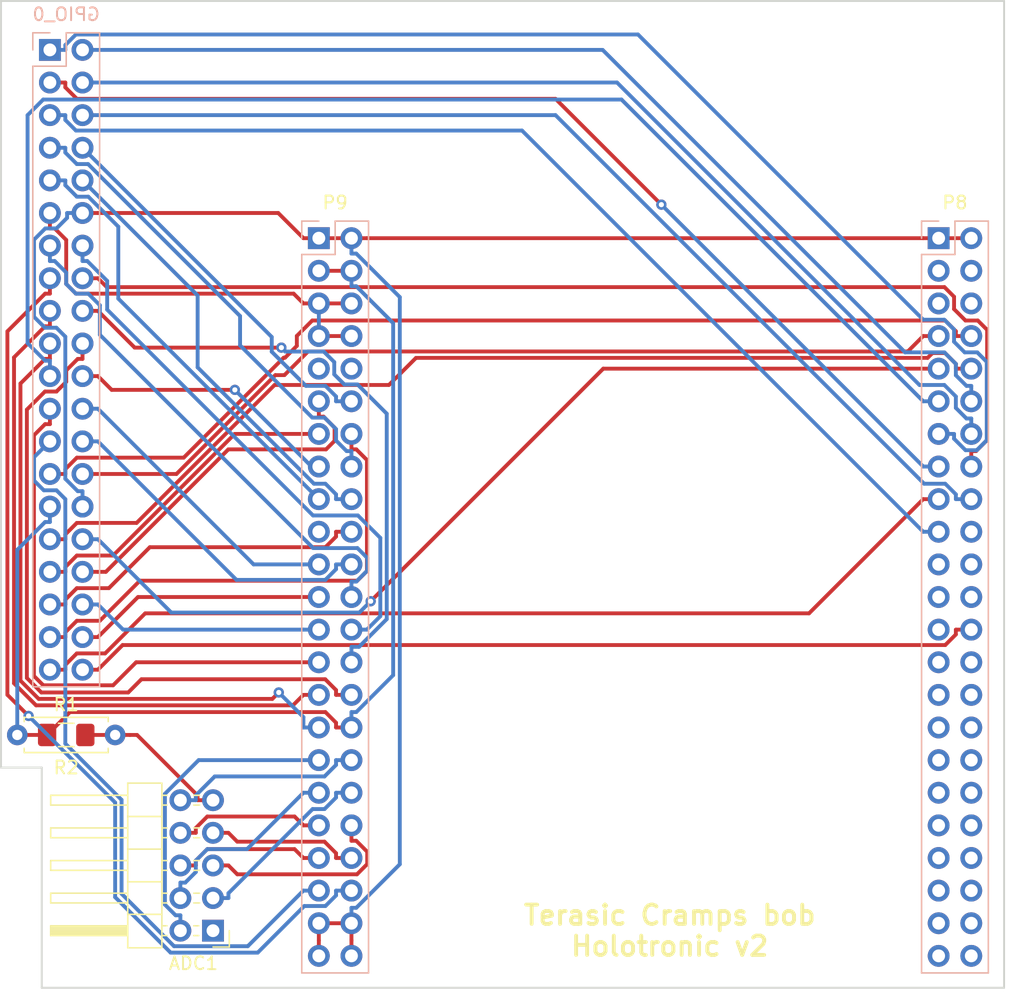
<source format=kicad_pcb>
(kicad_pcb (version 20171130) (host pcbnew 5.1.1-8be2ce7~80~ubuntu18.04.1)

  (general
    (thickness 1.6)
    (drawings 7)
    (tracks 453)
    (zones 0)
    (modules 6)
    (nets 83)
  )

  (page A4)
  (layers
    (0 F.Cu signal)
    (31 B.Cu signal)
    (32 B.Adhes user)
    (33 F.Adhes user)
    (34 B.Paste user)
    (35 F.Paste user)
    (36 B.SilkS user)
    (37 F.SilkS user)
    (38 B.Mask user)
    (39 F.Mask user)
    (40 Dwgs.User user)
    (41 Cmts.User user)
    (42 Eco1.User user)
    (43 Eco2.User user)
    (44 Edge.Cuts user)
    (45 Margin user)
    (46 B.CrtYd user)
    (47 F.CrtYd user)
    (48 B.Fab user)
    (49 F.Fab user)
  )

  (setup
    (last_trace_width 0.3)
    (trace_clearance 0.2)
    (zone_clearance 0.508)
    (zone_45_only no)
    (trace_min 0.3)
    (via_size 0.8)
    (via_drill 0.4)
    (via_min_size 0.4)
    (via_min_drill 0.3)
    (uvia_size 0.3)
    (uvia_drill 0.1)
    (uvias_allowed no)
    (uvia_min_size 0.2)
    (uvia_min_drill 0.1)
    (edge_width 0.15)
    (segment_width 0.2)
    (pcb_text_width 0.3)
    (pcb_text_size 1.5 1.5)
    (mod_edge_width 0.15)
    (mod_text_size 1 1)
    (mod_text_width 0.15)
    (pad_size 1.524 1.524)
    (pad_drill 0.762)
    (pad_to_mask_clearance 0.051)
    (solder_mask_min_width 0.25)
    (aux_axis_origin 87.63 141.605)
    (grid_origin 87.63 141.605)
    (visible_elements FFFFFF7F)
    (pcbplotparams
      (layerselection 0x00030_7ffffffe)
      (usegerberextensions true)
      (usegerberattributes false)
      (usegerberadvancedattributes false)
      (creategerberjobfile false)
      (excludeedgelayer true)
      (linewidth 0.100000)
      (plotframeref false)
      (viasonmask false)
      (mode 1)
      (useauxorigin false)
      (hpglpennumber 1)
      (hpglpenspeed 20)
      (hpglpendiameter 15.000000)
      (psnegative false)
      (psa4output false)
      (plotreference true)
      (plotvalue false)
      (plotinvisibletext false)
      (padsonsilk false)
      (subtractmaskfromsilk false)
      (outputformat 3)
      (mirror false)
      (drillshape 0)
      (scaleselection 1)
      (outputdirectory "Dxf/"))
  )

  (net 0 "")
  (net 1 "Net-(ADC1-Pad1)")
  (net 2 THERM0)
  (net 3 THERM1)
  (net 4 THERM2)
  (net 5 AIN3)
  (net 6 AIN0)
  (net 7 AIN1)
  (net 8 AIN2)
  (net 9 "Net-(ADC1-Pad9)")
  (net 10 ADC_GND)
  (net 11 X_STEP)
  (net 12 X_DIR)
  (net 13 Y_STEP)
  (net 14 Y_DIR)
  (net 15 Z_STEP)
  (net 16 Z_DIR)
  (net 17 E0_STEP)
  (net 18 E0_DIR)
  (net 19 E1_STEP)
  (net 20 E1_DIR)
  (net 21 DGND)
  (net 22 E2_STEP)
  (net 23 E2_DIR)
  (net 24 STEP_U)
  (net 25 DIR_U)
  (net 26 STEP_V)
  (net 27 DIR_V)
  (net 28 STEP_W)
  (net 29 DIR_W)
  (net 30 FET1)
  (net 31 FET2)
  (net 32 FET3)
  (net 33 FET4)
  (net 34 FET5)
  (net 35 FET6)
  (net 36 X-MIN)
  (net 37 X-MAX)
  (net 38 ADC_VDD)
  (net 39 Y-MIN)
  (net 40 Y-MAX)
  (net 41 Z-MIN)
  (net 42 Z-MAX)
  (net 43 SDA)
  (net 44 LED)
  (net 45 AXIS_ENAn)
  (net 46 MACHINE_PWR)
  (net 47 ESTOP)
  (net 48 ESTOP_SW)
  (net 49 "Net-(P8-Pad46)")
  (net 50 "Net-(P8-Pad45)")
  (net 51 "Net-(P8-Pad44)")
  (net 52 "Net-(P8-Pad43)")
  (net 53 "Net-(P8-Pad42)")
  (net 54 "Net-(P8-Pad41)")
  (net 55 "Net-(P8-Pad40)")
  (net 56 "Net-(P8-Pad39)")
  (net 57 "Net-(P8-Pad38)")
  (net 58 "Net-(P8-Pad37)")
  (net 59 "Net-(P8-Pad36)")
  (net 60 "Net-(P8-Pad35)")
  (net 61 "Net-(P8-Pad34)")
  (net 62 "Net-(P8-Pad33)")
  (net 63 "Net-(P8-Pad32)")
  (net 64 "Net-(P8-Pad31)")
  (net 65 "Net-(P8-Pad30)")
  (net 66 "Net-(P8-Pad29)")
  (net 67 "Net-(P8-Pad28)")
  (net 68 "Net-(P8-Pad27)")
  (net 69 "Net-(P8-Pad25)")
  (net 70 "Net-(P8-Pad24)")
  (net 71 "Net-(P8-Pad23)")
  (net 72 "Net-(P8-Pad22)")
  (net 73 "Net-(P8-Pad21)")
  (net 74 "Net-(P8-Pad20)")
  (net 75 "Net-(P8-Pad6)")
  (net 76 "Net-(P8-Pad5)")
  (net 77 "Net-(P8-Pad4)")
  (net 78 "Net-(P8-Pad3)")
  (net 79 "Net-(P9-Pad19)")
  (net 80 "Net-(P9-Pad10)")
  (net 81 "Net-(P9-Pad9)")
  (net 82 SYS_5V)

  (net_class Default "This is the default net class."
    (clearance 0.2)
    (trace_width 0.3)
    (via_dia 0.8)
    (via_drill 0.4)
    (uvia_dia 0.3)
    (uvia_drill 0.1)
    (diff_pair_width 0.3)
    (diff_pair_gap 0.25)
    (add_net ADC_GND)
    (add_net ADC_VDD)
    (add_net AIN0)
    (add_net AIN1)
    (add_net AIN2)
    (add_net AIN3)
    (add_net AXIS_ENAn)
    (add_net DGND)
    (add_net DIR_U)
    (add_net DIR_V)
    (add_net DIR_W)
    (add_net E0_DIR)
    (add_net E0_STEP)
    (add_net E1_DIR)
    (add_net E1_STEP)
    (add_net E2_DIR)
    (add_net E2_STEP)
    (add_net ESTOP)
    (add_net ESTOP_SW)
    (add_net FET1)
    (add_net FET2)
    (add_net FET3)
    (add_net FET4)
    (add_net FET5)
    (add_net FET6)
    (add_net LED)
    (add_net MACHINE_PWR)
    (add_net "Net-(ADC1-Pad1)")
    (add_net "Net-(ADC1-Pad9)")
    (add_net "Net-(P8-Pad20)")
    (add_net "Net-(P8-Pad21)")
    (add_net "Net-(P8-Pad22)")
    (add_net "Net-(P8-Pad23)")
    (add_net "Net-(P8-Pad24)")
    (add_net "Net-(P8-Pad25)")
    (add_net "Net-(P8-Pad27)")
    (add_net "Net-(P8-Pad28)")
    (add_net "Net-(P8-Pad29)")
    (add_net "Net-(P8-Pad3)")
    (add_net "Net-(P8-Pad30)")
    (add_net "Net-(P8-Pad31)")
    (add_net "Net-(P8-Pad32)")
    (add_net "Net-(P8-Pad33)")
    (add_net "Net-(P8-Pad34)")
    (add_net "Net-(P8-Pad35)")
    (add_net "Net-(P8-Pad36)")
    (add_net "Net-(P8-Pad37)")
    (add_net "Net-(P8-Pad38)")
    (add_net "Net-(P8-Pad39)")
    (add_net "Net-(P8-Pad4)")
    (add_net "Net-(P8-Pad40)")
    (add_net "Net-(P8-Pad41)")
    (add_net "Net-(P8-Pad42)")
    (add_net "Net-(P8-Pad43)")
    (add_net "Net-(P8-Pad44)")
    (add_net "Net-(P8-Pad45)")
    (add_net "Net-(P8-Pad46)")
    (add_net "Net-(P8-Pad5)")
    (add_net "Net-(P8-Pad6)")
    (add_net "Net-(P9-Pad10)")
    (add_net "Net-(P9-Pad19)")
    (add_net "Net-(P9-Pad9)")
    (add_net SDA)
    (add_net STEP_U)
    (add_net STEP_V)
    (add_net STEP_W)
    (add_net SYS_5V)
    (add_net THERM0)
    (add_net THERM1)
    (add_net THERM2)
    (add_net X-MAX)
    (add_net X-MIN)
    (add_net X_DIR)
    (add_net X_STEP)
    (add_net Y-MAX)
    (add_net Y-MIN)
    (add_net Y_DIR)
    (add_net Y_STEP)
    (add_net Z-MAX)
    (add_net Z-MIN)
    (add_net Z_DIR)
    (add_net Z_STEP)
  )

  (module Connector_PinSocket_2.54mm:PinSocket_2x20_P2.54mm_Vertical (layer B.Cu) (tedit 5A19A433) (tstamp 5C3EE80C)
    (at 91.44 68.58 180)
    (descr "Through hole straight socket strip, 2x20, 2.54mm pitch, double cols (from Kicad 4.0.7), script generated")
    (tags "Through hole socket strip THT 2x20 2.54mm double row")
    (path /581404F4)
    (fp_text reference GPIO_0 (at -1.27 2.77 180) (layer B.SilkS)
      (effects (font (size 1 1) (thickness 0.15)) (justify mirror))
    )
    (fp_text value CONN_02X20 (at -1.27 -51.03 180) (layer B.Fab)
      (effects (font (size 1 1) (thickness 0.15)) (justify mirror))
    )
    (fp_text user %R (at -1.27 -24.13 90) (layer B.Fab)
      (effects (font (size 1 1) (thickness 0.15)) (justify mirror))
    )
    (fp_line (start -4.34 -50) (end -4.34 1.8) (layer B.CrtYd) (width 0.05))
    (fp_line (start 1.76 -50) (end -4.34 -50) (layer B.CrtYd) (width 0.05))
    (fp_line (start 1.76 1.8) (end 1.76 -50) (layer B.CrtYd) (width 0.05))
    (fp_line (start -4.34 1.8) (end 1.76 1.8) (layer B.CrtYd) (width 0.05))
    (fp_line (start 0 1.33) (end 1.33 1.33) (layer B.SilkS) (width 0.12))
    (fp_line (start 1.33 1.33) (end 1.33 0) (layer B.SilkS) (width 0.12))
    (fp_line (start -1.27 1.33) (end -1.27 -1.27) (layer B.SilkS) (width 0.12))
    (fp_line (start -1.27 -1.27) (end 1.33 -1.27) (layer B.SilkS) (width 0.12))
    (fp_line (start 1.33 -1.27) (end 1.33 -49.59) (layer B.SilkS) (width 0.12))
    (fp_line (start -3.87 -49.59) (end 1.33 -49.59) (layer B.SilkS) (width 0.12))
    (fp_line (start -3.87 1.33) (end -3.87 -49.59) (layer B.SilkS) (width 0.12))
    (fp_line (start -3.87 1.33) (end -1.27 1.33) (layer B.SilkS) (width 0.12))
    (fp_line (start -3.81 -49.53) (end -3.81 1.27) (layer B.Fab) (width 0.1))
    (fp_line (start 1.27 -49.53) (end -3.81 -49.53) (layer B.Fab) (width 0.1))
    (fp_line (start 1.27 0.27) (end 1.27 -49.53) (layer B.Fab) (width 0.1))
    (fp_line (start 0.27 1.27) (end 1.27 0.27) (layer B.Fab) (width 0.1))
    (fp_line (start -3.81 1.27) (end 0.27 1.27) (layer B.Fab) (width 0.1))
    (pad 40 thru_hole oval (at -2.54 -48.26 180) (size 1.7 1.7) (drill 1) (layers *.Cu *.Mask)
      (net 48 ESTOP_SW))
    (pad 39 thru_hole oval (at 0 -48.26 180) (size 1.7 1.7) (drill 1) (layers *.Cu *.Mask)
      (net 47 ESTOP))
    (pad 38 thru_hole oval (at -2.54 -45.72 180) (size 1.7 1.7) (drill 1) (layers *.Cu *.Mask)
      (net 46 MACHINE_PWR))
    (pad 37 thru_hole oval (at 0 -45.72 180) (size 1.7 1.7) (drill 1) (layers *.Cu *.Mask)
      (net 45 AXIS_ENAn))
    (pad 36 thru_hole oval (at -2.54 -43.18 180) (size 1.7 1.7) (drill 1) (layers *.Cu *.Mask)
      (net 44 LED))
    (pad 35 thru_hole oval (at 0 -43.18 180) (size 1.7 1.7) (drill 1) (layers *.Cu *.Mask)
      (net 43 SDA))
    (pad 34 thru_hole oval (at -2.54 -40.64 180) (size 1.7 1.7) (drill 1) (layers *.Cu *.Mask)
      (net 42 Z-MAX))
    (pad 33 thru_hole oval (at 0 -40.64 180) (size 1.7 1.7) (drill 1) (layers *.Cu *.Mask)
      (net 41 Z-MIN))
    (pad 32 thru_hole oval (at -2.54 -38.1 180) (size 1.7 1.7) (drill 1) (layers *.Cu *.Mask)
      (net 40 Y-MAX))
    (pad 31 thru_hole oval (at 0 -38.1 180) (size 1.7 1.7) (drill 1) (layers *.Cu *.Mask)
      (net 39 Y-MIN))
    (pad 30 thru_hole oval (at -2.54 -35.56 180) (size 1.7 1.7) (drill 1) (layers *.Cu *.Mask)
      (net 21 DGND))
    (pad 29 thru_hole oval (at 0 -35.56 180) (size 1.7 1.7) (drill 1) (layers *.Cu *.Mask)
      (net 38 ADC_VDD))
    (pad 28 thru_hole oval (at -2.54 -33.02 180) (size 1.7 1.7) (drill 1) (layers *.Cu *.Mask)
      (net 37 X-MAX))
    (pad 27 thru_hole oval (at 0 -33.02 180) (size 1.7 1.7) (drill 1) (layers *.Cu *.Mask)
      (net 36 X-MIN))
    (pad 26 thru_hole oval (at -2.54 -30.48 180) (size 1.7 1.7) (drill 1) (layers *.Cu *.Mask)
      (net 35 FET6))
    (pad 25 thru_hole oval (at 0 -30.48 180) (size 1.7 1.7) (drill 1) (layers *.Cu *.Mask)
      (net 34 FET5))
    (pad 24 thru_hole oval (at -2.54 -27.94 180) (size 1.7 1.7) (drill 1) (layers *.Cu *.Mask)
      (net 33 FET4))
    (pad 23 thru_hole oval (at 0 -27.94 180) (size 1.7 1.7) (drill 1) (layers *.Cu *.Mask)
      (net 32 FET3))
    (pad 22 thru_hole oval (at -2.54 -25.4 180) (size 1.7 1.7) (drill 1) (layers *.Cu *.Mask)
      (net 31 FET2))
    (pad 21 thru_hole oval (at 0 -25.4 180) (size 1.7 1.7) (drill 1) (layers *.Cu *.Mask)
      (net 30 FET1))
    (pad 20 thru_hole oval (at -2.54 -22.86 180) (size 1.7 1.7) (drill 1) (layers *.Cu *.Mask)
      (net 29 DIR_W))
    (pad 19 thru_hole oval (at 0 -22.86 180) (size 1.7 1.7) (drill 1) (layers *.Cu *.Mask)
      (net 28 STEP_W))
    (pad 18 thru_hole oval (at -2.54 -20.32 180) (size 1.7 1.7) (drill 1) (layers *.Cu *.Mask)
      (net 27 DIR_V))
    (pad 17 thru_hole oval (at 0 -20.32 180) (size 1.7 1.7) (drill 1) (layers *.Cu *.Mask)
      (net 26 STEP_V))
    (pad 16 thru_hole oval (at -2.54 -17.78 180) (size 1.7 1.7) (drill 1) (layers *.Cu *.Mask)
      (net 25 DIR_U))
    (pad 15 thru_hole oval (at 0 -17.78 180) (size 1.7 1.7) (drill 1) (layers *.Cu *.Mask)
      (net 24 STEP_U))
    (pad 14 thru_hole oval (at -2.54 -15.24 180) (size 1.7 1.7) (drill 1) (layers *.Cu *.Mask)
      (net 23 E2_DIR))
    (pad 13 thru_hole oval (at 0 -15.24 180) (size 1.7 1.7) (drill 1) (layers *.Cu *.Mask)
      (net 22 E2_STEP))
    (pad 12 thru_hole oval (at -2.54 -12.7 180) (size 1.7 1.7) (drill 1) (layers *.Cu *.Mask)
      (net 21 DGND))
    (pad 11 thru_hole oval (at 0 -12.7 180) (size 1.7 1.7) (drill 1) (layers *.Cu *.Mask)
      (net 82 SYS_5V))
    (pad 10 thru_hole oval (at -2.54 -10.16 180) (size 1.7 1.7) (drill 1) (layers *.Cu *.Mask)
      (net 20 E1_DIR))
    (pad 9 thru_hole oval (at 0 -10.16 180) (size 1.7 1.7) (drill 1) (layers *.Cu *.Mask)
      (net 19 E1_STEP))
    (pad 8 thru_hole oval (at -2.54 -7.62 180) (size 1.7 1.7) (drill 1) (layers *.Cu *.Mask)
      (net 18 E0_DIR))
    (pad 7 thru_hole oval (at 0 -7.62 180) (size 1.7 1.7) (drill 1) (layers *.Cu *.Mask)
      (net 17 E0_STEP))
    (pad 6 thru_hole oval (at -2.54 -5.08 180) (size 1.7 1.7) (drill 1) (layers *.Cu *.Mask)
      (net 16 Z_DIR))
    (pad 5 thru_hole oval (at 0 -5.08 180) (size 1.7 1.7) (drill 1) (layers *.Cu *.Mask)
      (net 15 Z_STEP))
    (pad 4 thru_hole oval (at -2.54 -2.54 180) (size 1.7 1.7) (drill 1) (layers *.Cu *.Mask)
      (net 14 Y_DIR))
    (pad 3 thru_hole oval (at 0 -2.54 180) (size 1.7 1.7) (drill 1) (layers *.Cu *.Mask)
      (net 13 Y_STEP))
    (pad 2 thru_hole oval (at -2.54 0 180) (size 1.7 1.7) (drill 1) (layers *.Cu *.Mask)
      (net 12 X_DIR))
    (pad 1 thru_hole rect (at 0 0 180) (size 1.7 1.7) (drill 1) (layers *.Cu *.Mask)
      (net 11 X_STEP))
    (model ${KISYS3DMOD}/Connector_PinSocket_2.54mm.3dshapes/PinSocket_2x20_P2.54mm_Vertical.wrl
      (at (xyz 0 0 0))
      (scale (xyz 1 1 1))
      (rotate (xyz 0 0 0))
    )
  )

  (module Connector_PinSocket_2.54mm:PinSocket_2x23_P2.54mm_Vertical (layer B.Cu) (tedit 5A19A424) (tstamp 5C2ED201)
    (at 160.64 83.24 180)
    (descr "Through hole straight socket strip, 2x23, 2.54mm pitch, double cols (from Kicad 4.0.7), script generated")
    (tags "Through hole socket strip THT 2x23 2.54mm double row")
    (path /5813F816)
    (fp_text reference P8 (at -1.27 2.77 180) (layer F.SilkS)
      (effects (font (size 1 1) (thickness 0.15)))
    )
    (fp_text value BB_EXP_CONN (at -1.27 -58.65 180) (layer B.Fab)
      (effects (font (size 1 1) (thickness 0.15)) (justify mirror))
    )
    (fp_text user %R (at -1.27 -27.94 90) (layer B.Fab)
      (effects (font (size 1 1) (thickness 0.15)) (justify mirror))
    )
    (fp_line (start -4.34 -57.65) (end -4.34 1.8) (layer B.CrtYd) (width 0.05))
    (fp_line (start 1.76 -57.65) (end -4.34 -57.65) (layer B.CrtYd) (width 0.05))
    (fp_line (start 1.76 1.8) (end 1.76 -57.65) (layer B.CrtYd) (width 0.05))
    (fp_line (start -4.34 1.8) (end 1.76 1.8) (layer B.CrtYd) (width 0.05))
    (fp_line (start 0 1.33) (end 1.33 1.33) (layer B.SilkS) (width 0.12))
    (fp_line (start 1.33 1.33) (end 1.33 0) (layer B.SilkS) (width 0.12))
    (fp_line (start -1.27 1.33) (end -1.27 -1.27) (layer B.SilkS) (width 0.12))
    (fp_line (start -1.27 -1.27) (end 1.33 -1.27) (layer B.SilkS) (width 0.12))
    (fp_line (start 1.33 -1.27) (end 1.33 -57.21) (layer B.SilkS) (width 0.12))
    (fp_line (start -3.87 -57.21) (end 1.33 -57.21) (layer B.SilkS) (width 0.12))
    (fp_line (start -3.87 1.33) (end -3.87 -57.21) (layer B.SilkS) (width 0.12))
    (fp_line (start -3.87 1.33) (end -1.27 1.33) (layer B.SilkS) (width 0.12))
    (fp_line (start -3.81 -57.15) (end -3.81 1.27) (layer B.Fab) (width 0.1))
    (fp_line (start 1.27 -57.15) (end -3.81 -57.15) (layer B.Fab) (width 0.1))
    (fp_line (start 1.27 0.27) (end 1.27 -57.15) (layer B.Fab) (width 0.1))
    (fp_line (start 0.27 1.27) (end 1.27 0.27) (layer B.Fab) (width 0.1))
    (fp_line (start -3.81 1.27) (end 0.27 1.27) (layer B.Fab) (width 0.1))
    (pad 46 thru_hole oval (at -2.54 -55.88 180) (size 1.7 1.7) (drill 1) (layers *.Cu *.Mask)
      (net 49 "Net-(P8-Pad46)"))
    (pad 45 thru_hole oval (at 0 -55.88 180) (size 1.7 1.7) (drill 1) (layers *.Cu *.Mask)
      (net 50 "Net-(P8-Pad45)"))
    (pad 44 thru_hole oval (at -2.54 -53.34 180) (size 1.7 1.7) (drill 1) (layers *.Cu *.Mask)
      (net 51 "Net-(P8-Pad44)"))
    (pad 43 thru_hole oval (at 0 -53.34 180) (size 1.7 1.7) (drill 1) (layers *.Cu *.Mask)
      (net 52 "Net-(P8-Pad43)"))
    (pad 42 thru_hole oval (at -2.54 -50.8 180) (size 1.7 1.7) (drill 1) (layers *.Cu *.Mask)
      (net 53 "Net-(P8-Pad42)"))
    (pad 41 thru_hole oval (at 0 -50.8 180) (size 1.7 1.7) (drill 1) (layers *.Cu *.Mask)
      (net 54 "Net-(P8-Pad41)"))
    (pad 40 thru_hole oval (at -2.54 -48.26 180) (size 1.7 1.7) (drill 1) (layers *.Cu *.Mask)
      (net 55 "Net-(P8-Pad40)"))
    (pad 39 thru_hole oval (at 0 -48.26 180) (size 1.7 1.7) (drill 1) (layers *.Cu *.Mask)
      (net 56 "Net-(P8-Pad39)"))
    (pad 38 thru_hole oval (at -2.54 -45.72 180) (size 1.7 1.7) (drill 1) (layers *.Cu *.Mask)
      (net 57 "Net-(P8-Pad38)"))
    (pad 37 thru_hole oval (at 0 -45.72 180) (size 1.7 1.7) (drill 1) (layers *.Cu *.Mask)
      (net 58 "Net-(P8-Pad37)"))
    (pad 36 thru_hole oval (at -2.54 -43.18 180) (size 1.7 1.7) (drill 1) (layers *.Cu *.Mask)
      (net 59 "Net-(P8-Pad36)"))
    (pad 35 thru_hole oval (at 0 -43.18 180) (size 1.7 1.7) (drill 1) (layers *.Cu *.Mask)
      (net 60 "Net-(P8-Pad35)"))
    (pad 34 thru_hole oval (at -2.54 -40.64 180) (size 1.7 1.7) (drill 1) (layers *.Cu *.Mask)
      (net 61 "Net-(P8-Pad34)"))
    (pad 33 thru_hole oval (at 0 -40.64 180) (size 1.7 1.7) (drill 1) (layers *.Cu *.Mask)
      (net 62 "Net-(P8-Pad33)"))
    (pad 32 thru_hole oval (at -2.54 -38.1 180) (size 1.7 1.7) (drill 1) (layers *.Cu *.Mask)
      (net 63 "Net-(P8-Pad32)"))
    (pad 31 thru_hole oval (at 0 -38.1 180) (size 1.7 1.7) (drill 1) (layers *.Cu *.Mask)
      (net 64 "Net-(P8-Pad31)"))
    (pad 30 thru_hole oval (at -2.54 -35.56 180) (size 1.7 1.7) (drill 1) (layers *.Cu *.Mask)
      (net 65 "Net-(P8-Pad30)"))
    (pad 29 thru_hole oval (at 0 -35.56 180) (size 1.7 1.7) (drill 1) (layers *.Cu *.Mask)
      (net 66 "Net-(P8-Pad29)"))
    (pad 28 thru_hole oval (at -2.54 -33.02 180) (size 1.7 1.7) (drill 1) (layers *.Cu *.Mask)
      (net 67 "Net-(P8-Pad28)"))
    (pad 27 thru_hole oval (at 0 -33.02 180) (size 1.7 1.7) (drill 1) (layers *.Cu *.Mask)
      (net 68 "Net-(P8-Pad27)"))
    (pad 26 thru_hole oval (at -2.54 -30.48 180) (size 1.7 1.7) (drill 1) (layers *.Cu *.Mask)
      (net 48 ESTOP_SW))
    (pad 25 thru_hole oval (at 0 -30.48 180) (size 1.7 1.7) (drill 1) (layers *.Cu *.Mask)
      (net 69 "Net-(P8-Pad25)"))
    (pad 24 thru_hole oval (at -2.54 -27.94 180) (size 1.7 1.7) (drill 1) (layers *.Cu *.Mask)
      (net 70 "Net-(P8-Pad24)"))
    (pad 23 thru_hole oval (at 0 -27.94 180) (size 1.7 1.7) (drill 1) (layers *.Cu *.Mask)
      (net 71 "Net-(P8-Pad23)"))
    (pad 22 thru_hole oval (at -2.54 -25.4 180) (size 1.7 1.7) (drill 1) (layers *.Cu *.Mask)
      (net 72 "Net-(P8-Pad22)"))
    (pad 21 thru_hole oval (at 0 -25.4 180) (size 1.7 1.7) (drill 1) (layers *.Cu *.Mask)
      (net 73 "Net-(P8-Pad21)"))
    (pad 20 thru_hole oval (at -2.54 -22.86 180) (size 1.7 1.7) (drill 1) (layers *.Cu *.Mask)
      (net 74 "Net-(P8-Pad20)"))
    (pad 19 thru_hole oval (at 0 -22.86 180) (size 1.7 1.7) (drill 1) (layers *.Cu *.Mask)
      (net 15 Z_STEP))
    (pad 18 thru_hole oval (at -2.54 -20.32 180) (size 1.7 1.7) (drill 1) (layers *.Cu *.Mask)
      (net 16 Z_DIR))
    (pad 17 thru_hole oval (at 0 -20.32 180) (size 1.7 1.7) (drill 1) (layers *.Cu *.Mask)
      (net 47 ESTOP))
    (pad 16 thru_hole oval (at -2.54 -17.78 180) (size 1.7 1.7) (drill 1) (layers *.Cu *.Mask)
      (net 25 DIR_U))
    (pad 15 thru_hole oval (at 0 -17.78 180) (size 1.7 1.7) (drill 1) (layers *.Cu *.Mask)
      (net 13 Y_STEP))
    (pad 14 thru_hole oval (at -2.54 -15.24 180) (size 1.7 1.7) (drill 1) (layers *.Cu *.Mask)
      (net 14 Y_DIR))
    (pad 13 thru_hole oval (at 0 -15.24 180) (size 1.7 1.7) (drill 1) (layers *.Cu *.Mask)
      (net 11 X_STEP))
    (pad 12 thru_hole oval (at -2.54 -12.7 180) (size 1.7 1.7) (drill 1) (layers *.Cu *.Mask)
      (net 12 X_DIR))
    (pad 11 thru_hole oval (at 0 -12.7 180) (size 1.7 1.7) (drill 1) (layers *.Cu *.Mask)
      (net 30 FET1))
    (pad 10 thru_hole oval (at -2.54 -10.16 180) (size 1.7 1.7) (drill 1) (layers *.Cu *.Mask)
      (net 39 Y-MIN))
    (pad 9 thru_hole oval (at 0 -10.16 180) (size 1.7 1.7) (drill 1) (layers *.Cu *.Mask)
      (net 40 Y-MAX))
    (pad 8 thru_hole oval (at -2.54 -7.62 180) (size 1.7 1.7) (drill 1) (layers *.Cu *.Mask)
      (net 36 X-MIN))
    (pad 7 thru_hole oval (at 0 -7.62 180) (size 1.7 1.7) (drill 1) (layers *.Cu *.Mask)
      (net 37 X-MAX))
    (pad 6 thru_hole oval (at -2.54 -5.08 180) (size 1.7 1.7) (drill 1) (layers *.Cu *.Mask)
      (net 75 "Net-(P8-Pad6)"))
    (pad 5 thru_hole oval (at 0 -5.08 180) (size 1.7 1.7) (drill 1) (layers *.Cu *.Mask)
      (net 76 "Net-(P8-Pad5)"))
    (pad 4 thru_hole oval (at -2.54 -2.54 180) (size 1.7 1.7) (drill 1) (layers *.Cu *.Mask)
      (net 77 "Net-(P8-Pad4)"))
    (pad 3 thru_hole oval (at 0 -2.54 180) (size 1.7 1.7) (drill 1) (layers *.Cu *.Mask)
      (net 78 "Net-(P8-Pad3)"))
    (pad 2 thru_hole oval (at -2.54 0 180) (size 1.7 1.7) (drill 1) (layers *.Cu *.Mask)
      (net 21 DGND))
    (pad 1 thru_hole rect (at 0 0 180) (size 1.7 1.7) (drill 1) (layers *.Cu *.Mask)
      (net 21 DGND))
    (model ${KISYS3DMOD}/Connector_PinSocket_2.54mm.3dshapes/PinSocket_2x23_P2.54mm_Vertical.wrl
      (offset (xyz 0 -55.8 0))
      (scale (xyz 1 1 1))
      (rotate (xyz 180 0 0))
    )
  )

  (module Connector_PinSocket_2.54mm:PinSocket_2x23_P2.54mm_Vertical (layer B.Cu) (tedit 5A19A424) (tstamp 5C2ED240)
    (at 112.38 83.24 180)
    (descr "Through hole straight socket strip, 2x23, 2.54mm pitch, double cols (from Kicad 4.0.7), script generated")
    (tags "Through hole socket strip THT 2x23 2.54mm double row")
    (path /5813F817)
    (fp_text reference P9 (at -1.27 2.77 180) (layer F.SilkS)
      (effects (font (size 1 1) (thickness 0.15)))
    )
    (fp_text value BB_EXP_CONN (at -1.27 -58.65 180) (layer B.Fab)
      (effects (font (size 1 1) (thickness 0.15)) (justify mirror))
    )
    (fp_text user %R (at -1.27 -27.94 90) (layer B.Fab)
      (effects (font (size 1 1) (thickness 0.15)) (justify mirror))
    )
    (fp_line (start -4.34 -57.65) (end -4.34 1.8) (layer B.CrtYd) (width 0.05))
    (fp_line (start 1.76 -57.65) (end -4.34 -57.65) (layer B.CrtYd) (width 0.05))
    (fp_line (start 1.76 1.8) (end 1.76 -57.65) (layer B.CrtYd) (width 0.05))
    (fp_line (start -4.34 1.8) (end 1.76 1.8) (layer B.CrtYd) (width 0.05))
    (fp_line (start 0 1.33) (end 1.33 1.33) (layer B.SilkS) (width 0.12))
    (fp_line (start 1.33 1.33) (end 1.33 0) (layer B.SilkS) (width 0.12))
    (fp_line (start -1.27 1.33) (end -1.27 -1.27) (layer B.SilkS) (width 0.12))
    (fp_line (start -1.27 -1.27) (end 1.33 -1.27) (layer B.SilkS) (width 0.12))
    (fp_line (start 1.33 -1.27) (end 1.33 -57.21) (layer B.SilkS) (width 0.12))
    (fp_line (start -3.87 -57.21) (end 1.33 -57.21) (layer B.SilkS) (width 0.12))
    (fp_line (start -3.87 1.33) (end -3.87 -57.21) (layer B.SilkS) (width 0.12))
    (fp_line (start -3.87 1.33) (end -1.27 1.33) (layer B.SilkS) (width 0.12))
    (fp_line (start -3.81 -57.15) (end -3.81 1.27) (layer B.Fab) (width 0.1))
    (fp_line (start 1.27 -57.15) (end -3.81 -57.15) (layer B.Fab) (width 0.1))
    (fp_line (start 1.27 0.27) (end 1.27 -57.15) (layer B.Fab) (width 0.1))
    (fp_line (start 0.27 1.27) (end 1.27 0.27) (layer B.Fab) (width 0.1))
    (fp_line (start -3.81 1.27) (end 0.27 1.27) (layer B.Fab) (width 0.1))
    (pad 46 thru_hole oval (at -2.54 -55.88 180) (size 1.7 1.7) (drill 1) (layers *.Cu *.Mask)
      (net 21 DGND))
    (pad 45 thru_hole oval (at 0 -55.88 180) (size 1.7 1.7) (drill 1) (layers *.Cu *.Mask)
      (net 21 DGND))
    (pad 44 thru_hole oval (at -2.54 -53.34 180) (size 1.7 1.7) (drill 1) (layers *.Cu *.Mask)
      (net 21 DGND))
    (pad 43 thru_hole oval (at 0 -53.34 180) (size 1.7 1.7) (drill 1) (layers *.Cu *.Mask)
      (net 21 DGND))
    (pad 42 thru_hole oval (at -2.54 -50.8 180) (size 1.7 1.7) (drill 1) (layers *.Cu *.Mask)
      (net 24 STEP_U))
    (pad 41 thru_hole oval (at 0 -50.8 180) (size 1.7 1.7) (drill 1) (layers *.Cu *.Mask)
      (net 34 FET5))
    (pad 40 thru_hole oval (at -2.54 -48.26 180) (size 1.7 1.7) (drill 1) (layers *.Cu *.Mask)
      (net 7 AIN1))
    (pad 39 thru_hole oval (at 0 -48.26 180) (size 1.7 1.7) (drill 1) (layers *.Cu *.Mask)
      (net 6 AIN0))
    (pad 38 thru_hole oval (at -2.54 -45.72 180) (size 1.7 1.7) (drill 1) (layers *.Cu *.Mask)
      (net 5 AIN3))
    (pad 37 thru_hole oval (at 0 -45.72 180) (size 1.7 1.7) (drill 1) (layers *.Cu *.Mask)
      (net 8 AIN2))
    (pad 36 thru_hole oval (at -2.54 -43.18 180) (size 1.7 1.7) (drill 1) (layers *.Cu *.Mask)
      (net 3 THERM1))
    (pad 35 thru_hole oval (at 0 -43.18 180) (size 1.7 1.7) (drill 1) (layers *.Cu *.Mask)
      (net 4 THERM2))
    (pad 34 thru_hole oval (at -2.54 -40.64 180) (size 1.7 1.7) (drill 1) (layers *.Cu *.Mask)
      (net 10 ADC_GND))
    (pad 33 thru_hole oval (at 0 -40.64 180) (size 1.7 1.7) (drill 1) (layers *.Cu *.Mask)
      (net 2 THERM0))
    (pad 32 thru_hole oval (at -2.54 -38.1 180) (size 1.7 1.7) (drill 1) (layers *.Cu *.Mask)
      (net 38 ADC_VDD))
    (pad 31 thru_hole oval (at 0 -38.1 180) (size 1.7 1.7) (drill 1) (layers *.Cu *.Mask)
      (net 28 STEP_W))
    (pad 30 thru_hole oval (at -2.54 -35.56 180) (size 1.7 1.7) (drill 1) (layers *.Cu *.Mask)
      (net 29 DIR_W))
    (pad 29 thru_hole oval (at 0 -35.56 180) (size 1.7 1.7) (drill 1) (layers *.Cu *.Mask)
      (net 26 STEP_V))
    (pad 28 thru_hole oval (at -2.54 -33.02 180) (size 1.7 1.7) (drill 1) (layers *.Cu *.Mask)
      (net 27 DIR_V))
    (pad 27 thru_hole oval (at 0 -33.02 180) (size 1.7 1.7) (drill 1) (layers *.Cu *.Mask)
      (net 32 FET3))
    (pad 26 thru_hole oval (at -2.54 -30.48 180) (size 1.7 1.7) (drill 1) (layers *.Cu *.Mask)
      (net 23 E2_DIR))
    (pad 25 thru_hole oval (at 0 -30.48 180) (size 1.7 1.7) (drill 1) (layers *.Cu *.Mask)
      (net 44 LED))
    (pad 24 thru_hole oval (at -2.54 -27.94 180) (size 1.7 1.7) (drill 1) (layers *.Cu *.Mask)
      (net 22 E2_STEP))
    (pad 23 thru_hole oval (at 0 -27.94 180) (size 1.7 1.7) (drill 1) (layers *.Cu *.Mask)
      (net 46 MACHINE_PWR))
    (pad 22 thru_hole oval (at -2.54 -25.4 180) (size 1.7 1.7) (drill 1) (layers *.Cu *.Mask)
      (net 35 FET6))
    (pad 21 thru_hole oval (at 0 -25.4 180) (size 1.7 1.7) (drill 1) (layers *.Cu *.Mask)
      (net 33 FET4))
    (pad 20 thru_hole oval (at -2.54 -22.86 180) (size 1.7 1.7) (drill 1) (layers *.Cu *.Mask)
      (net 43 SDA))
    (pad 19 thru_hole oval (at 0 -22.86 180) (size 1.7 1.7) (drill 1) (layers *.Cu *.Mask)
      (net 79 "Net-(P9-Pad19)"))
    (pad 18 thru_hole oval (at -2.54 -20.32 180) (size 1.7 1.7) (drill 1) (layers *.Cu *.Mask)
      (net 20 E1_DIR))
    (pad 17 thru_hole oval (at 0 -20.32 180) (size 1.7 1.7) (drill 1) (layers *.Cu *.Mask)
      (net 19 E1_STEP))
    (pad 16 thru_hole oval (at -2.54 -17.78 180) (size 1.7 1.7) (drill 1) (layers *.Cu *.Mask)
      (net 17 E0_STEP))
    (pad 15 thru_hole oval (at 0 -17.78 180) (size 1.7 1.7) (drill 1) (layers *.Cu *.Mask)
      (net 31 FET2))
    (pad 14 thru_hole oval (at -2.54 -15.24 180) (size 1.7 1.7) (drill 1) (layers *.Cu *.Mask)
      (net 45 AXIS_ENAn))
    (pad 13 thru_hole oval (at 0 -15.24 180) (size 1.7 1.7) (drill 1) (layers *.Cu *.Mask)
      (net 41 Z-MIN))
    (pad 12 thru_hole oval (at -2.54 -12.7 180) (size 1.7 1.7) (drill 1) (layers *.Cu *.Mask)
      (net 18 E0_DIR))
    (pad 11 thru_hole oval (at 0 -12.7 180) (size 1.7 1.7) (drill 1) (layers *.Cu *.Mask)
      (net 42 Z-MAX))
    (pad 10 thru_hole oval (at -2.54 -10.16 180) (size 1.7 1.7) (drill 1) (layers *.Cu *.Mask)
      (net 80 "Net-(P9-Pad10)"))
    (pad 9 thru_hole oval (at 0 -10.16 180) (size 1.7 1.7) (drill 1) (layers *.Cu *.Mask)
      (net 81 "Net-(P9-Pad9)"))
    (pad 8 thru_hole oval (at -2.54 -7.62 180) (size 1.7 1.7) (drill 1) (layers *.Cu *.Mask)
      (net 82 SYS_5V))
    (pad 7 thru_hole oval (at 0 -7.62 180) (size 1.7 1.7) (drill 1) (layers *.Cu *.Mask)
      (net 82 SYS_5V))
    (pad 6 thru_hole oval (at -2.54 -5.08 180) (size 1.7 1.7) (drill 1) (layers *.Cu *.Mask)
      (net 82 SYS_5V))
    (pad 5 thru_hole oval (at 0 -5.08 180) (size 1.7 1.7) (drill 1) (layers *.Cu *.Mask)
      (net 82 SYS_5V))
    (pad 4 thru_hole oval (at -2.54 -2.54 180) (size 1.7 1.7) (drill 1) (layers *.Cu *.Mask)
      (net 38 ADC_VDD))
    (pad 3 thru_hole oval (at 0 -2.54 180) (size 1.7 1.7) (drill 1) (layers *.Cu *.Mask)
      (net 38 ADC_VDD))
    (pad 2 thru_hole oval (at -2.54 0 180) (size 1.7 1.7) (drill 1) (layers *.Cu *.Mask)
      (net 21 DGND))
    (pad 1 thru_hole rect (at 0 0 180) (size 1.7 1.7) (drill 1) (layers *.Cu *.Mask)
      (net 21 DGND))
    (model ${KISYS3DMOD}/Connector_PinSocket_2.54mm.3dshapes/PinSocket_2x23_P2.54mm_Vertical.wrl
      (offset (xyz 0 -55.8 0))
      (scale (xyz 1 1 1))
      (rotate (xyz 180 0 0))
    )
  )

  (module Connector_PinHeader_2.54mm:PinHeader_2x05_P2.54mm_Horizontal (layer F.Cu) (tedit 59FED5CB) (tstamp 5C3EE7CE)
    (at 104.14 137.16 180)
    (descr "Through hole angled pin header, 2x05, 2.54mm pitch, 6mm pin length, double rows")
    (tags "Through hole angled pin header THT 2x05 2.54mm double row")
    (path /58141E82)
    (fp_text reference ADC1 (at 1.524 -2.54 180) (layer F.SilkS)
      (effects (font (size 1 1) (thickness 0.15)))
    )
    (fp_text value CONN_02X05 (at 5.655 12.43 180) (layer F.Fab)
      (effects (font (size 1 1) (thickness 0.15)))
    )
    (fp_line (start 4.675 -1.27) (end 6.58 -1.27) (layer F.Fab) (width 0.1))
    (fp_line (start 6.58 -1.27) (end 6.58 11.43) (layer F.Fab) (width 0.1))
    (fp_line (start 6.58 11.43) (end 4.04 11.43) (layer F.Fab) (width 0.1))
    (fp_line (start 4.04 11.43) (end 4.04 -0.635) (layer F.Fab) (width 0.1))
    (fp_line (start 4.04 -0.635) (end 4.675 -1.27) (layer F.Fab) (width 0.1))
    (fp_line (start -0.32 -0.32) (end 4.04 -0.32) (layer F.Fab) (width 0.1))
    (fp_line (start -0.32 -0.32) (end -0.32 0.32) (layer F.Fab) (width 0.1))
    (fp_line (start -0.32 0.32) (end 4.04 0.32) (layer F.Fab) (width 0.1))
    (fp_line (start 6.58 -0.32) (end 12.58 -0.32) (layer F.Fab) (width 0.1))
    (fp_line (start 12.58 -0.32) (end 12.58 0.32) (layer F.Fab) (width 0.1))
    (fp_line (start 6.58 0.32) (end 12.58 0.32) (layer F.Fab) (width 0.1))
    (fp_line (start -0.32 2.22) (end 4.04 2.22) (layer F.Fab) (width 0.1))
    (fp_line (start -0.32 2.22) (end -0.32 2.86) (layer F.Fab) (width 0.1))
    (fp_line (start -0.32 2.86) (end 4.04 2.86) (layer F.Fab) (width 0.1))
    (fp_line (start 6.58 2.22) (end 12.58 2.22) (layer F.Fab) (width 0.1))
    (fp_line (start 12.58 2.22) (end 12.58 2.86) (layer F.Fab) (width 0.1))
    (fp_line (start 6.58 2.86) (end 12.58 2.86) (layer F.Fab) (width 0.1))
    (fp_line (start -0.32 4.76) (end 4.04 4.76) (layer F.Fab) (width 0.1))
    (fp_line (start -0.32 4.76) (end -0.32 5.4) (layer F.Fab) (width 0.1))
    (fp_line (start -0.32 5.4) (end 4.04 5.4) (layer F.Fab) (width 0.1))
    (fp_line (start 6.58 4.76) (end 12.58 4.76) (layer F.Fab) (width 0.1))
    (fp_line (start 12.58 4.76) (end 12.58 5.4) (layer F.Fab) (width 0.1))
    (fp_line (start 6.58 5.4) (end 12.58 5.4) (layer F.Fab) (width 0.1))
    (fp_line (start -0.32 7.3) (end 4.04 7.3) (layer F.Fab) (width 0.1))
    (fp_line (start -0.32 7.3) (end -0.32 7.94) (layer F.Fab) (width 0.1))
    (fp_line (start -0.32 7.94) (end 4.04 7.94) (layer F.Fab) (width 0.1))
    (fp_line (start 6.58 7.3) (end 12.58 7.3) (layer F.Fab) (width 0.1))
    (fp_line (start 12.58 7.3) (end 12.58 7.94) (layer F.Fab) (width 0.1))
    (fp_line (start 6.58 7.94) (end 12.58 7.94) (layer F.Fab) (width 0.1))
    (fp_line (start -0.32 9.84) (end 4.04 9.84) (layer F.Fab) (width 0.1))
    (fp_line (start -0.32 9.84) (end -0.32 10.48) (layer F.Fab) (width 0.1))
    (fp_line (start -0.32 10.48) (end 4.04 10.48) (layer F.Fab) (width 0.1))
    (fp_line (start 6.58 9.84) (end 12.58 9.84) (layer F.Fab) (width 0.1))
    (fp_line (start 12.58 9.84) (end 12.58 10.48) (layer F.Fab) (width 0.1))
    (fp_line (start 6.58 10.48) (end 12.58 10.48) (layer F.Fab) (width 0.1))
    (fp_line (start 3.98 -1.33) (end 3.98 11.49) (layer F.SilkS) (width 0.12))
    (fp_line (start 3.98 11.49) (end 6.64 11.49) (layer F.SilkS) (width 0.12))
    (fp_line (start 6.64 11.49) (end 6.64 -1.33) (layer F.SilkS) (width 0.12))
    (fp_line (start 6.64 -1.33) (end 3.98 -1.33) (layer F.SilkS) (width 0.12))
    (fp_line (start 6.64 -0.38) (end 12.64 -0.38) (layer F.SilkS) (width 0.12))
    (fp_line (start 12.64 -0.38) (end 12.64 0.38) (layer F.SilkS) (width 0.12))
    (fp_line (start 12.64 0.38) (end 6.64 0.38) (layer F.SilkS) (width 0.12))
    (fp_line (start 6.64 -0.32) (end 12.64 -0.32) (layer F.SilkS) (width 0.12))
    (fp_line (start 6.64 -0.2) (end 12.64 -0.2) (layer F.SilkS) (width 0.12))
    (fp_line (start 6.64 -0.08) (end 12.64 -0.08) (layer F.SilkS) (width 0.12))
    (fp_line (start 6.64 0.04) (end 12.64 0.04) (layer F.SilkS) (width 0.12))
    (fp_line (start 6.64 0.16) (end 12.64 0.16) (layer F.SilkS) (width 0.12))
    (fp_line (start 6.64 0.28) (end 12.64 0.28) (layer F.SilkS) (width 0.12))
    (fp_line (start 3.582929 -0.38) (end 3.98 -0.38) (layer F.SilkS) (width 0.12))
    (fp_line (start 3.582929 0.38) (end 3.98 0.38) (layer F.SilkS) (width 0.12))
    (fp_line (start 1.11 -0.38) (end 1.497071 -0.38) (layer F.SilkS) (width 0.12))
    (fp_line (start 1.11 0.38) (end 1.497071 0.38) (layer F.SilkS) (width 0.12))
    (fp_line (start 3.98 1.27) (end 6.64 1.27) (layer F.SilkS) (width 0.12))
    (fp_line (start 6.64 2.16) (end 12.64 2.16) (layer F.SilkS) (width 0.12))
    (fp_line (start 12.64 2.16) (end 12.64 2.92) (layer F.SilkS) (width 0.12))
    (fp_line (start 12.64 2.92) (end 6.64 2.92) (layer F.SilkS) (width 0.12))
    (fp_line (start 3.582929 2.16) (end 3.98 2.16) (layer F.SilkS) (width 0.12))
    (fp_line (start 3.582929 2.92) (end 3.98 2.92) (layer F.SilkS) (width 0.12))
    (fp_line (start 1.042929 2.16) (end 1.497071 2.16) (layer F.SilkS) (width 0.12))
    (fp_line (start 1.042929 2.92) (end 1.497071 2.92) (layer F.SilkS) (width 0.12))
    (fp_line (start 3.98 3.81) (end 6.64 3.81) (layer F.SilkS) (width 0.12))
    (fp_line (start 6.64 4.7) (end 12.64 4.7) (layer F.SilkS) (width 0.12))
    (fp_line (start 12.64 4.7) (end 12.64 5.46) (layer F.SilkS) (width 0.12))
    (fp_line (start 12.64 5.46) (end 6.64 5.46) (layer F.SilkS) (width 0.12))
    (fp_line (start 3.582929 4.7) (end 3.98 4.7) (layer F.SilkS) (width 0.12))
    (fp_line (start 3.582929 5.46) (end 3.98 5.46) (layer F.SilkS) (width 0.12))
    (fp_line (start 1.042929 4.7) (end 1.497071 4.7) (layer F.SilkS) (width 0.12))
    (fp_line (start 1.042929 5.46) (end 1.497071 5.46) (layer F.SilkS) (width 0.12))
    (fp_line (start 3.98 6.35) (end 6.64 6.35) (layer F.SilkS) (width 0.12))
    (fp_line (start 6.64 7.24) (end 12.64 7.24) (layer F.SilkS) (width 0.12))
    (fp_line (start 12.64 7.24) (end 12.64 8) (layer F.SilkS) (width 0.12))
    (fp_line (start 12.64 8) (end 6.64 8) (layer F.SilkS) (width 0.12))
    (fp_line (start 3.582929 7.24) (end 3.98 7.24) (layer F.SilkS) (width 0.12))
    (fp_line (start 3.582929 8) (end 3.98 8) (layer F.SilkS) (width 0.12))
    (fp_line (start 1.042929 7.24) (end 1.497071 7.24) (layer F.SilkS) (width 0.12))
    (fp_line (start 1.042929 8) (end 1.497071 8) (layer F.SilkS) (width 0.12))
    (fp_line (start 3.98 8.89) (end 6.64 8.89) (layer F.SilkS) (width 0.12))
    (fp_line (start 6.64 9.78) (end 12.64 9.78) (layer F.SilkS) (width 0.12))
    (fp_line (start 12.64 9.78) (end 12.64 10.54) (layer F.SilkS) (width 0.12))
    (fp_line (start 12.64 10.54) (end 6.64 10.54) (layer F.SilkS) (width 0.12))
    (fp_line (start 3.582929 9.78) (end 3.98 9.78) (layer F.SilkS) (width 0.12))
    (fp_line (start 3.582929 10.54) (end 3.98 10.54) (layer F.SilkS) (width 0.12))
    (fp_line (start 1.042929 9.78) (end 1.497071 9.78) (layer F.SilkS) (width 0.12))
    (fp_line (start 1.042929 10.54) (end 1.497071 10.54) (layer F.SilkS) (width 0.12))
    (fp_line (start -1.27 0) (end -1.27 -1.27) (layer F.SilkS) (width 0.12))
    (fp_line (start -1.27 -1.27) (end 0 -1.27) (layer F.SilkS) (width 0.12))
    (fp_line (start -1.8 -1.8) (end -1.8 11.95) (layer F.CrtYd) (width 0.05))
    (fp_line (start -1.8 11.95) (end 13.1 11.95) (layer F.CrtYd) (width 0.05))
    (fp_line (start 13.1 11.95) (end 13.1 -1.8) (layer F.CrtYd) (width 0.05))
    (fp_line (start 13.1 -1.8) (end -1.8 -1.8) (layer F.CrtYd) (width 0.05))
    (fp_text user %R (at 5.31 5.08 270) (layer F.Fab)
      (effects (font (size 1 1) (thickness 0.15)))
    )
    (pad 1 thru_hole rect (at 0 0 180) (size 1.7 1.7) (drill 1) (layers *.Cu *.Mask)
      (net 1 "Net-(ADC1-Pad1)"))
    (pad 2 thru_hole oval (at 2.54 0 180) (size 1.7 1.7) (drill 1) (layers *.Cu *.Mask)
      (net 2 THERM0))
    (pad 3 thru_hole oval (at 0 2.54 180) (size 1.7 1.7) (drill 1) (layers *.Cu *.Mask)
      (net 3 THERM1))
    (pad 4 thru_hole oval (at 2.54 2.54 180) (size 1.7 1.7) (drill 1) (layers *.Cu *.Mask)
      (net 4 THERM2))
    (pad 5 thru_hole oval (at 0 5.08 180) (size 1.7 1.7) (drill 1) (layers *.Cu *.Mask)
      (net 5 AIN3))
    (pad 6 thru_hole oval (at 2.54 5.08 180) (size 1.7 1.7) (drill 1) (layers *.Cu *.Mask)
      (net 6 AIN0))
    (pad 7 thru_hole oval (at 0 7.62 180) (size 1.7 1.7) (drill 1) (layers *.Cu *.Mask)
      (net 7 AIN1))
    (pad 8 thru_hole oval (at 2.54 7.62 180) (size 1.7 1.7) (drill 1) (layers *.Cu *.Mask)
      (net 8 AIN2))
    (pad 9 thru_hole oval (at 0 10.16 180) (size 1.7 1.7) (drill 1) (layers *.Cu *.Mask)
      (net 9 "Net-(ADC1-Pad9)"))
    (pad 10 thru_hole oval (at 2.54 10.16 180) (size 1.7 1.7) (drill 1) (layers *.Cu *.Mask)
      (net 10 ADC_GND))
    (model ${KISYS3DMOD}/Connector_PinHeader_2.54mm.3dshapes/PinHeader_2x05_P2.54mm_Horizontal.wrl
      (at (xyz 0 0 0))
      (scale (xyz 1 1 1))
      (rotate (xyz 0 0 0))
    )
  )

  (module Resistor_THT:R_Axial_DIN0207_L6.3mm_D2.5mm_P7.62mm_Horizontal (layer F.Cu) (tedit 5AE5139B) (tstamp 5C3EE823)
    (at 88.9 121.92)
    (descr "Resistor, Axial_DIN0207 series, Axial, Horizontal, pin pitch=7.62mm, 0.25W = 1/4W, length*diameter=6.3*2.5mm^2, http://cdn-reichelt.de/documents/datenblatt/B400/1_4W%23YAG.pdf")
    (tags "Resistor Axial_DIN0207 series Axial Horizontal pin pitch 7.62mm 0.25W = 1/4W length 6.3mm diameter 2.5mm")
    (path /599361DE)
    (fp_text reference R1 (at 3.81 -2.37) (layer F.SilkS)
      (effects (font (size 1 1) (thickness 0.15)))
    )
    (fp_text value 120R (at 3.81 2.37) (layer F.Fab)
      (effects (font (size 1 1) (thickness 0.15)))
    )
    (fp_line (start 0.66 -1.25) (end 0.66 1.25) (layer F.Fab) (width 0.1))
    (fp_line (start 0.66 1.25) (end 6.96 1.25) (layer F.Fab) (width 0.1))
    (fp_line (start 6.96 1.25) (end 6.96 -1.25) (layer F.Fab) (width 0.1))
    (fp_line (start 6.96 -1.25) (end 0.66 -1.25) (layer F.Fab) (width 0.1))
    (fp_line (start 0 0) (end 0.66 0) (layer F.Fab) (width 0.1))
    (fp_line (start 7.62 0) (end 6.96 0) (layer F.Fab) (width 0.1))
    (fp_line (start 0.54 -1.04) (end 0.54 -1.37) (layer F.SilkS) (width 0.12))
    (fp_line (start 0.54 -1.37) (end 7.08 -1.37) (layer F.SilkS) (width 0.12))
    (fp_line (start 7.08 -1.37) (end 7.08 -1.04) (layer F.SilkS) (width 0.12))
    (fp_line (start 0.54 1.04) (end 0.54 1.37) (layer F.SilkS) (width 0.12))
    (fp_line (start 0.54 1.37) (end 7.08 1.37) (layer F.SilkS) (width 0.12))
    (fp_line (start 7.08 1.37) (end 7.08 1.04) (layer F.SilkS) (width 0.12))
    (fp_line (start -1.05 -1.5) (end -1.05 1.5) (layer F.CrtYd) (width 0.05))
    (fp_line (start -1.05 1.5) (end 8.67 1.5) (layer F.CrtYd) (width 0.05))
    (fp_line (start 8.67 1.5) (end 8.67 -1.5) (layer F.CrtYd) (width 0.05))
    (fp_line (start 8.67 -1.5) (end -1.05 -1.5) (layer F.CrtYd) (width 0.05))
    (fp_text user %R (at 3.81 0) (layer F.Fab)
      (effects (font (size 1 1) (thickness 0.15)))
    )
    (pad 1 thru_hole circle (at 0 0) (size 1.6 1.6) (drill 0.8) (layers *.Cu *.Mask)
      (net 38 ADC_VDD))
    (pad 2 thru_hole oval (at 7.62 0) (size 1.6 1.6) (drill 0.8) (layers *.Cu *.Mask)
      (net 9 "Net-(ADC1-Pad9)"))
    (model ${KISYS3DMOD}/Resistor_THT.3dshapes/R_Axial_DIN0207_L6.3mm_D2.5mm_P7.62mm_Horizontal.wrl
      (at (xyz 0 0 0))
      (scale (xyz 1 1 1))
      (rotate (xyz 0 0 0))
    )
  )

  (module Resistor_SMD:R_1206_3216Metric_Pad1.42x1.75mm_HandSolder (layer F.Cu) (tedit 5B301BBD) (tstamp 5CB8D1EE)
    (at 92.71 121.92)
    (descr "Resistor SMD 1206 (3216 Metric), square (rectangular) end terminal, IPC_7351 nominal with elongated pad for handsoldering. (Body size source: http://www.tortai-tech.com/upload/download/2011102023233369053.pdf), generated with kicad-footprint-generator")
    (tags "resistor handsolder")
    (path /5CB8CE43)
    (attr smd)
    (fp_text reference R2 (at 0 2.54) (layer F.SilkS)
      (effects (font (size 1 1) (thickness 0.15)))
    )
    (fp_text value 120R (at 0 1.82) (layer F.Fab)
      (effects (font (size 1 1) (thickness 0.15)))
    )
    (fp_line (start -1.6 0.8) (end -1.6 -0.8) (layer F.Fab) (width 0.1))
    (fp_line (start -1.6 -0.8) (end 1.6 -0.8) (layer F.Fab) (width 0.1))
    (fp_line (start 1.6 -0.8) (end 1.6 0.8) (layer F.Fab) (width 0.1))
    (fp_line (start 1.6 0.8) (end -1.6 0.8) (layer F.Fab) (width 0.1))
    (fp_line (start -0.602064 -0.91) (end 0.602064 -0.91) (layer F.SilkS) (width 0.12))
    (fp_line (start -0.602064 0.91) (end 0.602064 0.91) (layer F.SilkS) (width 0.12))
    (fp_line (start -2.45 1.12) (end -2.45 -1.12) (layer F.CrtYd) (width 0.05))
    (fp_line (start -2.45 -1.12) (end 2.45 -1.12) (layer F.CrtYd) (width 0.05))
    (fp_line (start 2.45 -1.12) (end 2.45 1.12) (layer F.CrtYd) (width 0.05))
    (fp_line (start 2.45 1.12) (end -2.45 1.12) (layer F.CrtYd) (width 0.05))
    (fp_text user %R (at 0 0) (layer F.Fab)
      (effects (font (size 0.8 0.8) (thickness 0.12)))
    )
    (pad 1 smd roundrect (at -1.4875 0) (size 1.425 1.75) (layers F.Cu F.Paste F.Mask) (roundrect_rratio 0.175439)
      (net 38 ADC_VDD))
    (pad 2 smd roundrect (at 1.4875 0) (size 1.425 1.75) (layers F.Cu F.Paste F.Mask) (roundrect_rratio 0.175439)
      (net 9 "Net-(ADC1-Pad9)"))
    (model ${KISYS3DMOD}/Resistor_SMD.3dshapes/R_1206_3216Metric.wrl
      (at (xyz 0 0 0))
      (scale (xyz 1 1 1))
      (rotate (xyz 0 0 0))
    )
  )

  (gr_line (start 90.805 124.46) (end 87.63 124.46) (layer Edge.Cuts) (width 0.15))
  (gr_line (start 90.805 141.605) (end 90.805 124.46) (layer Edge.Cuts) (width 0.15))
  (gr_text "Terasic Cramps bob\nHolotronic v2" (at 139.7 137.16) (layer F.SilkS)
    (effects (font (size 1.5 1.5) (thickness 0.3)))
  )
  (gr_line (start 165.735 64.77) (end 87.63 64.77) (layer Edge.Cuts) (width 0.15))
  (gr_line (start 165.735 141.605) (end 165.735 64.77) (layer Edge.Cuts) (width 0.15))
  (gr_line (start 90.805 141.605) (end 165.735 141.605) (layer Edge.Cuts) (width 0.15))
  (gr_line (start 87.63 64.77) (end 87.63 124.46) (layer Edge.Cuts) (width 0.15) (tstamp 5C3EF468))

  (segment (start 101.6 137.16) (end 101.6 135.9597) (width 0.3) (layer B.Cu) (net 2))
  (segment (start 101.6 135.9597) (end 101.2249 135.9597) (width 0.3) (layer B.Cu) (net 2))
  (segment (start 101.2249 135.9597) (end 100.3959 135.1307) (width 0.3) (layer B.Cu) (net 2))
  (segment (start 100.3959 135.1307) (end 100.3959 126.5056) (width 0.3) (layer B.Cu) (net 2))
  (segment (start 100.3959 126.5056) (end 103.0215 123.88) (width 0.3) (layer B.Cu) (net 2))
  (segment (start 103.0215 123.88) (end 112.38 123.88) (width 0.3) (layer B.Cu) (net 2))
  (segment (start 114.92 126.42) (end 113.7197 126.42) (width 0.3) (layer B.Cu) (net 3))
  (segment (start 104.14 134.62) (end 105.3403 134.62) (width 0.3) (layer B.Cu) (net 3))
  (segment (start 105.3403 134.62) (end 105.3403 134.2449) (width 0.3) (layer B.Cu) (net 3))
  (segment (start 105.3403 134.2449) (end 111.8952 127.69) (width 0.3) (layer B.Cu) (net 3))
  (segment (start 111.8952 127.69) (end 112.8227 127.69) (width 0.3) (layer B.Cu) (net 3))
  (segment (start 112.8227 127.69) (end 113.7197 126.793) (width 0.3) (layer B.Cu) (net 3))
  (segment (start 113.7197 126.793) (end 113.7197 126.42) (width 0.3) (layer B.Cu) (net 3))
  (segment (start 112.38 126.42) (end 111.1797 126.42) (width 0.3) (layer B.Cu) (net 4))
  (segment (start 101.6 134.62) (end 101.6 133.4197) (width 0.3) (layer B.Cu) (net 4))
  (segment (start 101.6 133.4197) (end 101.9752 133.4197) (width 0.3) (layer B.Cu) (net 4))
  (segment (start 101.9752 133.4197) (end 102.8003 132.5946) (width 0.3) (layer B.Cu) (net 4))
  (segment (start 102.8003 132.5946) (end 102.8003 131.7062) (width 0.3) (layer B.Cu) (net 4))
  (segment (start 102.8003 131.7062) (end 103.6965 130.81) (width 0.3) (layer B.Cu) (net 4))
  (segment (start 103.6965 130.81) (end 106.7897 130.81) (width 0.3) (layer B.Cu) (net 4))
  (segment (start 106.7897 130.81) (end 111.1797 126.42) (width 0.3) (layer B.Cu) (net 4))
  (segment (start 114.92 128.96) (end 114.92 130.1603) (width 0.3) (layer F.Cu) (net 5))
  (segment (start 104.14 132.08) (end 105.3403 132.08) (width 0.3) (layer F.Cu) (net 5))
  (segment (start 105.3403 132.08) (end 106.0303 132.77) (width 0.3) (layer F.Cu) (net 5))
  (segment (start 106.0303 132.77) (end 115.3521 132.77) (width 0.3) (layer F.Cu) (net 5))
  (segment (start 115.3521 132.77) (end 116.1462 131.9759) (width 0.3) (layer F.Cu) (net 5))
  (segment (start 116.1462 131.9759) (end 116.1462 131.0135) (width 0.3) (layer F.Cu) (net 5))
  (segment (start 116.1462 131.0135) (end 115.293 130.1603) (width 0.3) (layer F.Cu) (net 5))
  (segment (start 115.293 130.1603) (end 114.92 130.1603) (width 0.3) (layer F.Cu) (net 5))
  (segment (start 112.38 131.5) (end 111.1797 131.5) (width 0.3) (layer F.Cu) (net 6))
  (segment (start 101.6 132.08) (end 102.8003 132.08) (width 0.3) (layer F.Cu) (net 6))
  (segment (start 102.8003 132.08) (end 102.8003 131.7049) (width 0.3) (layer F.Cu) (net 6))
  (segment (start 102.8003 131.7049) (end 103.6952 130.81) (width 0.3) (layer F.Cu) (net 6))
  (segment (start 103.6952 130.81) (end 110.4897 130.81) (width 0.3) (layer F.Cu) (net 6))
  (segment (start 110.4897 130.81) (end 111.1797 131.5) (width 0.3) (layer F.Cu) (net 6))
  (segment (start 114.92 131.5) (end 113.7197 131.5) (width 0.3) (layer F.Cu) (net 7))
  (segment (start 104.14 129.54) (end 105.3403 129.54) (width 0.3) (layer F.Cu) (net 7))
  (segment (start 105.3403 129.54) (end 106.0303 130.23) (width 0.3) (layer F.Cu) (net 7))
  (segment (start 106.0303 130.23) (end 112.8227 130.23) (width 0.3) (layer F.Cu) (net 7))
  (segment (start 112.8227 130.23) (end 113.7197 131.127) (width 0.3) (layer F.Cu) (net 7))
  (segment (start 113.7197 131.127) (end 113.7197 131.5) (width 0.3) (layer F.Cu) (net 7))
  (segment (start 112.38 128.96) (end 111.1797 128.96) (width 0.3) (layer F.Cu) (net 8))
  (segment (start 101.6 129.54) (end 102.8003 129.54) (width 0.3) (layer F.Cu) (net 8))
  (segment (start 102.8003 129.54) (end 102.8003 129.1649) (width 0.3) (layer F.Cu) (net 8))
  (segment (start 102.8003 129.1649) (end 103.6952 128.27) (width 0.3) (layer F.Cu) (net 8))
  (segment (start 103.6952 128.27) (end 110.4897 128.27) (width 0.3) (layer F.Cu) (net 8))
  (segment (start 110.4897 128.27) (end 111.1797 128.96) (width 0.3) (layer F.Cu) (net 8))
  (segment (start 104.14 127) (end 102.9397 127) (width 0.3) (layer F.Cu) (net 9))
  (segment (start 96.52 121.92) (end 97.6703 121.92) (width 0.3) (layer F.Cu) (net 9))
  (segment (start 97.6703 121.92) (end 98.2253 121.92) (width 0.3) (layer F.Cu) (net 9))
  (segment (start 98.2253 121.92) (end 102.9397 126.6344) (width 0.3) (layer F.Cu) (net 9))
  (segment (start 102.9397 126.6344) (end 102.9397 127) (width 0.3) (layer F.Cu) (net 9))
  (segment (start 94.1975 121.92) (end 96.52 121.92) (width 0.3) (layer F.Cu) (net 9))
  (segment (start 114.92 123.88) (end 113.7197 123.88) (width 0.3) (layer B.Cu) (net 10))
  (segment (start 101.6 127) (end 102.8003 127) (width 0.3) (layer B.Cu) (net 10))
  (segment (start 102.8003 127) (end 102.8003 126.6249) (width 0.3) (layer B.Cu) (net 10))
  (segment (start 102.8003 126.6249) (end 104.2752 125.15) (width 0.3) (layer B.Cu) (net 10))
  (segment (start 104.2752 125.15) (end 112.8227 125.15) (width 0.3) (layer B.Cu) (net 10))
  (segment (start 112.8227 125.15) (end 113.7197 124.253) (width 0.3) (layer B.Cu) (net 10))
  (segment (start 113.7197 124.253) (end 113.7197 123.88) (width 0.3) (layer B.Cu) (net 10))
  (segment (start 91.44 68.58) (end 92.6403 68.58) (width 0.3) (layer B.Cu) (net 11))
  (segment (start 160.64 98.48) (end 161.8403 98.48) (width 0.3) (layer B.Cu) (net 11))
  (segment (start 161.8403 98.48) (end 161.8403 98.8551) (width 0.3) (layer B.Cu) (net 11))
  (segment (start 161.8403 98.8551) (end 162.7352 99.75) (width 0.3) (layer B.Cu) (net 11))
  (segment (start 162.7352 99.75) (end 163.6084 99.75) (width 0.3) (layer B.Cu) (net 11))
  (segment (start 163.6084 99.75) (end 164.3848 98.9736) (width 0.3) (layer B.Cu) (net 11))
  (segment (start 164.3848 98.9736) (end 164.3848 92.8693) (width 0.3) (layer B.Cu) (net 11))
  (segment (start 164.3848 92.8693) (end 163.6457 92.1302) (width 0.3) (layer B.Cu) (net 11))
  (segment (start 163.6457 92.1302) (end 162.668 92.1302) (width 0.3) (layer B.Cu) (net 11))
  (segment (start 162.668 92.1302) (end 161.8404 91.3026) (width 0.3) (layer B.Cu) (net 11))
  (segment (start 161.8404 91.3026) (end 161.8404 90.3469) (width 0.3) (layer B.Cu) (net 11))
  (segment (start 161.8404 90.3469) (end 161.0835 89.59) (width 0.3) (layer B.Cu) (net 11))
  (segment (start 161.0835 89.59) (end 159.4396 89.59) (width 0.3) (layer B.Cu) (net 11))
  (segment (start 159.4396 89.59) (end 137.2293 67.3797) (width 0.3) (layer B.Cu) (net 11))
  (segment (start 137.2293 67.3797) (end 93.4654 67.3797) (width 0.3) (layer B.Cu) (net 11))
  (segment (start 93.4654 67.3797) (end 92.6403 68.2048) (width 0.3) (layer B.Cu) (net 11))
  (segment (start 92.6403 68.2048) (end 92.6403 68.58) (width 0.3) (layer B.Cu) (net 11))
  (segment (start 163.18 95.94) (end 163.18 94.7397) (width 0.3) (layer B.Cu) (net 12))
  (segment (start 163.18 94.7397) (end 162.8048 94.7397) (width 0.3) (layer B.Cu) (net 12))
  (segment (start 162.8048 94.7397) (end 161.9797 93.9146) (width 0.3) (layer B.Cu) (net 12))
  (segment (start 161.9797 93.9146) (end 161.9797 93.0262) (width 0.3) (layer B.Cu) (net 12))
  (segment (start 161.9797 93.0262) (end 161.0835 92.13) (width 0.3) (layer B.Cu) (net 12))
  (segment (start 161.0835 92.13) (end 158.0263 92.13) (width 0.3) (layer B.Cu) (net 12))
  (segment (start 158.0263 92.13) (end 134.4763 68.58) (width 0.3) (layer B.Cu) (net 12))
  (segment (start 134.4763 68.58) (end 93.98 68.58) (width 0.3) (layer B.Cu) (net 12))
  (segment (start 92.6403 71.12) (end 92.6403 71.4931) (width 0.3) (layer F.Cu) (net 13))
  (segment (start 92.6403 71.4931) (end 93.5372 72.39) (width 0.3) (layer F.Cu) (net 13))
  (segment (start 93.5372 72.39) (end 130.8097 72.39) (width 0.3) (layer F.Cu) (net 13))
  (segment (start 130.8097 72.39) (end 139.05 80.6303) (width 0.3) (layer F.Cu) (net 13))
  (segment (start 139.05 80.6303) (end 159.4397 101.02) (width 0.3) (layer B.Cu) (net 13))
  (segment (start 160.64 101.02) (end 159.4397 101.02) (width 0.3) (layer B.Cu) (net 13))
  (segment (start 91.44 71.12) (end 92.6403 71.12) (width 0.3) (layer F.Cu) (net 13))
  (via (at 139.05 80.6303) (size 0.8) (layers F.Cu B.Cu) (net 13))
  (segment (start 93.98 71.12) (end 135.5968 71.12) (width 0.3) (layer B.Cu) (net 14))
  (segment (start 135.5968 71.12) (end 159.1468 94.67) (width 0.3) (layer B.Cu) (net 14))
  (segment (start 159.1468 94.67) (end 161.0835 94.67) (width 0.3) (layer B.Cu) (net 14))
  (segment (start 161.0835 94.67) (end 161.9797 95.5662) (width 0.3) (layer B.Cu) (net 14))
  (segment (start 161.9797 95.5662) (end 161.9797 96.4546) (width 0.3) (layer B.Cu) (net 14))
  (segment (start 161.9797 96.4546) (end 162.8048 97.2797) (width 0.3) (layer B.Cu) (net 14))
  (segment (start 162.8048 97.2797) (end 163.18 97.2797) (width 0.3) (layer B.Cu) (net 14))
  (segment (start 163.18 98.48) (end 163.18 97.2797) (width 0.3) (layer B.Cu) (net 14))
  (segment (start 92.6403 73.66) (end 92.6403 74.0331) (width 0.3) (layer B.Cu) (net 15))
  (segment (start 92.6403 74.0331) (end 93.4676 74.8604) (width 0.3) (layer B.Cu) (net 15))
  (segment (start 93.4676 74.8604) (end 128.2001 74.8604) (width 0.3) (layer B.Cu) (net 15))
  (segment (start 128.2001 74.8604) (end 159.4397 106.1) (width 0.3) (layer B.Cu) (net 15))
  (segment (start 91.44 73.66) (end 92.6403 73.66) (width 0.3) (layer B.Cu) (net 15))
  (segment (start 160.64 106.1) (end 159.4397 106.1) (width 0.3) (layer B.Cu) (net 15))
  (segment (start 163.18 103.56) (end 161.9797 103.56) (width 0.3) (layer B.Cu) (net 16))
  (segment (start 161.9797 103.56) (end 161.9797 103.1848) (width 0.3) (layer B.Cu) (net 16))
  (segment (start 161.9797 103.1848) (end 161.1546 102.3597) (width 0.3) (layer B.Cu) (net 16))
  (segment (start 161.1546 102.3597) (end 159.5093 102.3597) (width 0.3) (layer B.Cu) (net 16))
  (segment (start 159.5093 102.3597) (end 130.8096 73.66) (width 0.3) (layer B.Cu) (net 16))
  (segment (start 130.8096 73.66) (end 93.98 73.66) (width 0.3) (layer B.Cu) (net 16))
  (segment (start 92.6403 76.2) (end 92.6403 76.5731) (width 0.3) (layer B.Cu) (net 17))
  (segment (start 92.6403 76.5731) (end 93.5372 77.47) (width 0.3) (layer B.Cu) (net 17))
  (segment (start 93.5372 77.47) (end 94.4138 77.47) (width 0.3) (layer B.Cu) (net 17))
  (segment (start 94.4138 77.47) (end 106.2482 89.3044) (width 0.3) (layer B.Cu) (net 17))
  (segment (start 106.2482 89.3044) (end 106.2482 91.5882) (width 0.3) (layer B.Cu) (net 17))
  (segment (start 106.2482 91.5882) (end 111.87 97.21) (width 0.3) (layer B.Cu) (net 17))
  (segment (start 111.87 97.21) (end 112.8235 97.21) (width 0.3) (layer B.Cu) (net 17))
  (segment (start 112.8235 97.21) (end 113.7197 98.1062) (width 0.3) (layer B.Cu) (net 17))
  (segment (start 113.7197 98.1062) (end 113.7197 98.9946) (width 0.3) (layer B.Cu) (net 17))
  (segment (start 113.7197 98.9946) (end 114.5448 99.8197) (width 0.3) (layer B.Cu) (net 17))
  (segment (start 114.5448 99.8197) (end 114.92 99.8197) (width 0.3) (layer B.Cu) (net 17))
  (segment (start 91.44 76.2) (end 92.6403 76.2) (width 0.3) (layer B.Cu) (net 17))
  (segment (start 114.92 101.02) (end 114.92 99.8197) (width 0.3) (layer B.Cu) (net 17))
  (segment (start 93.98 76.2) (end 108.7134 90.9334) (width 0.3) (layer B.Cu) (net 18))
  (segment (start 108.7134 90.9334) (end 108.7134 92.0807) (width 0.3) (layer B.Cu) (net 18))
  (segment (start 108.7134 92.0807) (end 111.3724 94.7397) (width 0.3) (layer B.Cu) (net 18))
  (segment (start 111.3724 94.7397) (end 112.8946 94.7397) (width 0.3) (layer B.Cu) (net 18))
  (segment (start 112.8946 94.7397) (end 113.7197 95.5648) (width 0.3) (layer B.Cu) (net 18))
  (segment (start 113.7197 95.5648) (end 113.7197 95.94) (width 0.3) (layer B.Cu) (net 18))
  (segment (start 114.92 95.94) (end 113.7197 95.94) (width 0.3) (layer B.Cu) (net 18))
  (segment (start 112.38 103.56) (end 96.766 87.946) (width 0.3) (layer B.Cu) (net 19))
  (segment (start 96.766 87.946) (end 96.766 82.3432) (width 0.3) (layer B.Cu) (net 19))
  (segment (start 96.766 82.3432) (end 94.4328 80.01) (width 0.3) (layer B.Cu) (net 19))
  (segment (start 94.4328 80.01) (end 93.5372 80.01) (width 0.3) (layer B.Cu) (net 19))
  (segment (start 93.5372 80.01) (end 92.6403 79.1131) (width 0.3) (layer B.Cu) (net 19))
  (segment (start 92.6403 79.1131) (end 92.6403 78.74) (width 0.3) (layer B.Cu) (net 19))
  (segment (start 91.44 78.74) (end 92.6403 78.74) (width 0.3) (layer B.Cu) (net 19))
  (segment (start 114.92 103.56) (end 113.7197 103.56) (width 0.3) (layer B.Cu) (net 20))
  (segment (start 113.7197 103.56) (end 113.7197 103.1848) (width 0.3) (layer B.Cu) (net 20))
  (segment (start 113.7197 103.1848) (end 112.8946 102.3597) (width 0.3) (layer B.Cu) (net 20))
  (segment (start 112.8946 102.3597) (end 112.0019 102.3597) (width 0.3) (layer B.Cu) (net 20))
  (segment (start 112.0019 102.3597) (end 102.9435 93.3013) (width 0.3) (layer B.Cu) (net 20))
  (segment (start 102.9435 93.3013) (end 102.9435 87.7035) (width 0.3) (layer B.Cu) (net 20))
  (segment (start 102.9435 87.7035) (end 93.98 78.74) (width 0.3) (layer B.Cu) (net 20))
  (segment (start 114.92 135.3797) (end 115.293 135.3797) (width 0.3) (layer B.Cu) (net 21))
  (segment (start 115.293 135.3797) (end 118.684 131.9887) (width 0.3) (layer B.Cu) (net 21))
  (segment (start 118.684 131.9887) (end 118.684 87.8292) (width 0.3) (layer B.Cu) (net 21))
  (segment (start 118.684 87.8292) (end 115.2951 84.4403) (width 0.3) (layer B.Cu) (net 21))
  (segment (start 115.2951 84.4403) (end 114.92 84.4403) (width 0.3) (layer B.Cu) (net 21))
  (segment (start 112.38 83.24) (end 111.1797 83.24) (width 0.3) (layer F.Cu) (net 21))
  (segment (start 111.1797 83.24) (end 109.2197 81.28) (width 0.3) (layer F.Cu) (net 21))
  (segment (start 109.2197 81.28) (end 95.1803 81.28) (width 0.3) (layer F.Cu) (net 21))
  (segment (start 112.38 83.24) (end 114.92 83.24) (width 0.3) (layer F.Cu) (net 21))
  (segment (start 93.98 81.28) (end 95.1803 81.28) (width 0.3) (layer F.Cu) (net 21))
  (segment (start 93.98 104.14) (end 93.98 102.9397) (width 0.3) (layer B.Cu) (net 21))
  (segment (start 93.98 81.28) (end 92.7797 81.28) (width 0.3) (layer B.Cu) (net 21))
  (segment (start 92.7797 81.28) (end 92.7797 81.6552) (width 0.3) (layer B.Cu) (net 21))
  (segment (start 92.7797 81.6552) (end 91.9546 82.4803) (width 0.3) (layer B.Cu) (net 21))
  (segment (start 91.9546 82.4803) (end 91.0813 82.4803) (width 0.3) (layer B.Cu) (net 21))
  (segment (start 91.0813 82.4803) (end 90.2027 83.3589) (width 0.3) (layer B.Cu) (net 21))
  (segment (start 90.2027 83.3589) (end 90.2027 89.361) (width 0.3) (layer B.Cu) (net 21))
  (segment (start 90.2027 89.361) (end 91.0544 90.2127) (width 0.3) (layer B.Cu) (net 21))
  (segment (start 91.0544 90.2127) (end 91.9465 90.2127) (width 0.3) (layer B.Cu) (net 21))
  (segment (start 91.9465 90.2127) (end 92.6404 90.9066) (width 0.3) (layer B.Cu) (net 21))
  (segment (start 92.6404 90.9066) (end 92.6404 101.9732) (width 0.3) (layer B.Cu) (net 21))
  (segment (start 92.6404 101.9732) (end 93.6069 102.9397) (width 0.3) (layer B.Cu) (net 21))
  (segment (start 93.6069 102.9397) (end 93.98 102.9397) (width 0.3) (layer B.Cu) (net 21))
  (segment (start 114.92 136.58) (end 114.92 135.3797) (width 0.3) (layer B.Cu) (net 21))
  (segment (start 114.92 83.24) (end 114.92 84.4403) (width 0.3) (layer B.Cu) (net 21))
  (segment (start 160.64 83.24) (end 159.4397 83.24) (width 0.3) (layer F.Cu) (net 21))
  (segment (start 114.92 83.24) (end 116.1203 83.24) (width 0.3) (layer F.Cu) (net 21))
  (segment (start 116.1203 83.24) (end 159.4397 83.24) (width 0.3) (layer F.Cu) (net 21))
  (segment (start 114.92 136.58) (end 114.92 137.9197) (width 0.3) (layer F.Cu) (net 21))
  (segment (start 112.38 136.58) (end 114.92 136.58) (width 0.3) (layer F.Cu) (net 21))
  (segment (start 114.92 139.12) (end 114.92 137.9197) (width 0.3) (layer F.Cu) (net 21))
  (segment (start 112.38 136.58) (end 112.38 137.9197) (width 0.3) (layer F.Cu) (net 21))
  (segment (start 112.38 139.12) (end 112.38 137.9197) (width 0.3) (layer F.Cu) (net 21))
  (segment (start 163.18 83.24) (end 160.64 83.24) (width 0.3) (layer F.Cu) (net 21))
  (segment (start 91.44 83.82) (end 91.44 85.0203) (width 0.3) (layer B.Cu) (net 22))
  (segment (start 114.92 111.18) (end 114.92 109.9797) (width 0.3) (layer B.Cu) (net 22))
  (segment (start 114.92 109.9797) (end 115.2951 109.9797) (width 0.3) (layer B.Cu) (net 22))
  (segment (start 115.2951 109.9797) (end 116.1525 109.1223) (width 0.3) (layer B.Cu) (net 22))
  (segment (start 116.1525 109.1223) (end 116.1525 108.1362) (width 0.3) (layer B.Cu) (net 22))
  (segment (start 116.1525 108.1362) (end 115.3863 107.37) (width 0.3) (layer B.Cu) (net 22))
  (segment (start 115.3863 107.37) (end 111.938 107.37) (width 0.3) (layer B.Cu) (net 22))
  (segment (start 111.938 107.37) (end 95.33 90.762) (width 0.3) (layer B.Cu) (net 22))
  (segment (start 95.33 90.762) (end 95.33 88.4617) (width 0.3) (layer B.Cu) (net 22))
  (segment (start 95.33 88.4617) (end 94.4287 87.5604) (width 0.3) (layer B.Cu) (net 22))
  (segment (start 94.4287 87.5604) (end 93.4669 87.5604) (width 0.3) (layer B.Cu) (net 22))
  (segment (start 93.4669 87.5604) (end 92.71 86.8035) (width 0.3) (layer B.Cu) (net 22))
  (segment (start 92.71 86.8035) (end 92.71 85.9173) (width 0.3) (layer B.Cu) (net 22))
  (segment (start 92.71 85.9173) (end 91.813 85.0203) (width 0.3) (layer B.Cu) (net 22))
  (segment (start 91.813 85.0203) (end 91.44 85.0203) (width 0.3) (layer B.Cu) (net 22))
  (segment (start 93.98 83.82) (end 93.98 85.0203) (width 0.3) (layer B.Cu) (net 23))
  (segment (start 114.92 113.72) (end 116.1203 113.72) (width 0.3) (layer B.Cu) (net 23))
  (segment (start 116.1203 113.72) (end 117.1668 112.6735) (width 0.3) (layer B.Cu) (net 23))
  (segment (start 117.1668 112.6735) (end 117.1668 106.5744) (width 0.3) (layer B.Cu) (net 23))
  (segment (start 117.1668 106.5744) (end 115.4224 104.83) (width 0.3) (layer B.Cu) (net 23))
  (segment (start 115.4224 104.83) (end 111.927 104.83) (width 0.3) (layer B.Cu) (net 23))
  (segment (start 111.927 104.83) (end 95.9 88.803) (width 0.3) (layer B.Cu) (net 23))
  (segment (start 95.9 88.803) (end 95.9 86.5673) (width 0.3) (layer B.Cu) (net 23))
  (segment (start 95.9 86.5673) (end 94.353 85.0203) (width 0.3) (layer B.Cu) (net 23))
  (segment (start 94.353 85.0203) (end 93.98 85.0203) (width 0.3) (layer B.Cu) (net 23))
  (segment (start 91.44 86.36) (end 91.44 87.5603) (width 0.3) (layer F.Cu) (net 24))
  (segment (start 89.7795 120.4414) (end 88.131 118.7929) (width 0.3) (layer F.Cu) (net 24))
  (segment (start 88.131 118.7929) (end 88.131 90.4962) (width 0.3) (layer F.Cu) (net 24))
  (segment (start 88.131 90.4962) (end 91.0669 87.5603) (width 0.3) (layer F.Cu) (net 24))
  (segment (start 91.0669 87.5603) (end 91.44 87.5603) (width 0.3) (layer F.Cu) (net 24))
  (via (at 89.7795 120.4414) (size 0.8) (layers F.Cu B.Cu) (net 24))
  (segment (start 96.52 134.5487) (end 96.52 127.1819) (width 0.3) (layer B.Cu) (net 24))
  (segment (start 107.6204 138.8692) (end 100.8405 138.8692) (width 0.3) (layer B.Cu) (net 24))
  (segment (start 111.2493 135.2403) (end 107.6204 138.8692) (width 0.3) (layer B.Cu) (net 24))
  (segment (start 96.52 127.1819) (end 89.7795 120.4414) (width 0.3) (layer B.Cu) (net 24))
  (segment (start 112.8946 135.2403) (end 111.2493 135.2403) (width 0.3) (layer B.Cu) (net 24))
  (segment (start 114.92 134.04) (end 113.7197 134.04) (width 0.3) (layer B.Cu) (net 24))
  (segment (start 100.8405 138.8692) (end 96.52 134.5487) (width 0.3) (layer B.Cu) (net 24))
  (segment (start 113.7197 134.04) (end 113.7197 134.4152) (width 0.3) (layer B.Cu) (net 24))
  (segment (start 113.7197 134.4152) (end 112.8946 135.2403) (width 0.3) (layer B.Cu) (net 24))
  (segment (start 93.98 86.36) (end 95.1803 86.36) (width 0.3) (layer F.Cu) (net 25))
  (segment (start 163.18 101.02) (end 163.18 99.8197) (width 0.3) (layer F.Cu) (net 25))
  (segment (start 163.18 99.8197) (end 163.5551 99.8197) (width 0.3) (layer F.Cu) (net 25))
  (segment (start 163.5551 99.8197) (end 164.4131 98.9617) (width 0.3) (layer F.Cu) (net 25))
  (segment (start 164.4131 98.9617) (end 164.4131 90.3755) (width 0.3) (layer F.Cu) (net 25))
  (segment (start 164.4131 90.3755) (end 163.6881 89.6505) (width 0.3) (layer F.Cu) (net 25))
  (segment (start 163.6881 89.6505) (end 162.7283 89.6505) (width 0.3) (layer F.Cu) (net 25))
  (segment (start 162.7283 89.6505) (end 161.8404 88.7626) (width 0.3) (layer F.Cu) (net 25))
  (segment (start 161.8404 88.7626) (end 161.8404 87.7992) (width 0.3) (layer F.Cu) (net 25))
  (segment (start 161.8404 87.7992) (end 161.0912 87.05) (width 0.3) (layer F.Cu) (net 25))
  (segment (start 161.0912 87.05) (end 95.8703 87.05) (width 0.3) (layer F.Cu) (net 25))
  (segment (start 95.8703 87.05) (end 95.1803 86.36) (width 0.3) (layer F.Cu) (net 25))
  (segment (start 91.44 90.1003) (end 91.0669 90.1003) (width 0.3) (layer F.Cu) (net 26))
  (segment (start 91.0669 90.1003) (end 88.6471 92.5201) (width 0.3) (layer F.Cu) (net 26))
  (segment (start 88.6471 92.5201) (end 88.6471 117.8989) (width 0.3) (layer F.Cu) (net 26))
  (segment (start 88.6471 117.8989) (end 90.3611 119.6129) (width 0.3) (layer F.Cu) (net 26))
  (segment (start 90.3611 119.6129) (end 110.3668 119.6129) (width 0.3) (layer F.Cu) (net 26))
  (segment (start 110.3668 119.6129) (end 111.1797 118.8) (width 0.3) (layer F.Cu) (net 26))
  (segment (start 91.44 88.9) (end 91.44 90.1003) (width 0.3) (layer F.Cu) (net 26))
  (segment (start 112.38 118.8) (end 111.1797 118.8) (width 0.3) (layer F.Cu) (net 26))
  (segment (start 114.92 115.0597) (end 115.5094 115.0597) (width 0.3) (layer B.Cu) (net 27))
  (segment (start 115.5094 115.0597) (end 117.6672 112.9019) (width 0.3) (layer B.Cu) (net 27))
  (segment (start 117.6672 112.9019) (end 117.6672 96.905) (width 0.3) (layer B.Cu) (net 27))
  (segment (start 117.6672 96.905) (end 115.3897 94.6275) (width 0.3) (layer B.Cu) (net 27))
  (segment (start 115.3897 94.6275) (end 114.3634 94.6275) (width 0.3) (layer B.Cu) (net 27))
  (segment (start 114.3634 94.6275) (end 113.5804 93.8445) (width 0.3) (layer B.Cu) (net 27))
  (segment (start 113.5804 93.8445) (end 113.5804 92.8869) (width 0.3) (layer B.Cu) (net 27))
  (segment (start 113.5804 92.8869) (end 112.7605 92.067) (width 0.3) (layer B.Cu) (net 27))
  (segment (start 112.7605 92.067) (end 109.7684 92.067) (width 0.3) (layer B.Cu) (net 27))
  (segment (start 109.7684 92.067) (end 109.4637 91.7623) (width 0.3) (layer B.Cu) (net 27))
  (segment (start 95.1803 88.9) (end 98.0426 91.7623) (width 0.3) (layer F.Cu) (net 27))
  (segment (start 98.0426 91.7623) (end 109.4637 91.7623) (width 0.3) (layer F.Cu) (net 27))
  (segment (start 114.92 116.26) (end 114.92 115.0597) (width 0.3) (layer B.Cu) (net 27))
  (segment (start 93.98 88.9) (end 95.1803 88.9) (width 0.3) (layer F.Cu) (net 27))
  (via (at 109.4637 91.7623) (size 0.8) (layers F.Cu B.Cu) (net 27))
  (segment (start 91.44 92.6403) (end 91.0669 92.6403) (width 0.3) (layer F.Cu) (net 28))
  (segment (start 91.0669 92.6403) (end 89.1474 94.5598) (width 0.3) (layer F.Cu) (net 28))
  (segment (start 89.1474 94.5598) (end 89.1474 117.6917) (width 0.3) (layer F.Cu) (net 28))
  (segment (start 89.1474 117.6917) (end 90.5683 119.1126) (width 0.3) (layer F.Cu) (net 28))
  (segment (start 90.5683 119.1126) (end 108.761 119.1126) (width 0.3) (layer F.Cu) (net 28))
  (segment (start 108.761 119.1126) (end 109.2613 118.6123) (width 0.3) (layer F.Cu) (net 28))
  (segment (start 111.1797 121.34) (end 111.1797 120.5307) (width 0.3) (layer B.Cu) (net 28))
  (segment (start 111.1797 120.5307) (end 109.2613 118.6123) (width 0.3) (layer B.Cu) (net 28))
  (segment (start 112.38 121.34) (end 111.1797 121.34) (width 0.3) (layer B.Cu) (net 28))
  (segment (start 91.44 91.44) (end 91.44 92.6403) (width 0.3) (layer F.Cu) (net 28))
  (via (at 109.2613 118.6123) (size 0.8) (layers F.Cu B.Cu) (net 28))
  (segment (start 93.98 91.44) (end 93.98 92.6403) (width 0.3) (layer F.Cu) (net 29))
  (segment (start 114.92 118.8) (end 113.7197 118.8) (width 0.3) (layer F.Cu) (net 29))
  (segment (start 113.7197 118.8) (end 113.7197 118.4249) (width 0.3) (layer F.Cu) (net 29))
  (segment (start 113.7197 118.4249) (end 112.8769 117.5821) (width 0.3) (layer F.Cu) (net 29))
  (segment (start 112.8769 117.5821) (end 98.5689 117.5821) (width 0.3) (layer F.Cu) (net 29))
  (segment (start 98.5689 117.5821) (end 97.5387 118.6123) (width 0.3) (layer F.Cu) (net 29))
  (segment (start 97.5387 118.6123) (end 90.7755 118.6123) (width 0.3) (layer F.Cu) (net 29))
  (segment (start 90.7755 118.6123) (end 89.6477 117.4845) (width 0.3) (layer F.Cu) (net 29))
  (segment (start 89.6477 117.4845) (end 89.6477 96.5879) (width 0.3) (layer F.Cu) (net 29))
  (segment (start 89.6477 96.5879) (end 91.0552 95.1804) (width 0.3) (layer F.Cu) (net 29))
  (segment (start 91.0552 95.1804) (end 91.9531 95.1804) (width 0.3) (layer F.Cu) (net 29))
  (segment (start 91.9531 95.1804) (end 92.71 94.4235) (width 0.3) (layer F.Cu) (net 29))
  (segment (start 92.71 94.4235) (end 92.71 93.5372) (width 0.3) (layer F.Cu) (net 29))
  (segment (start 92.71 93.5372) (end 93.6069 92.6403) (width 0.3) (layer F.Cu) (net 29))
  (segment (start 93.6069 92.6403) (end 93.98 92.6403) (width 0.3) (layer F.Cu) (net 29))
  (segment (start 91.44 92.7797) (end 91.0669 92.7797) (width 0.3) (layer B.Cu) (net 30))
  (segment (start 91.0669 92.7797) (end 89.7023 91.4151) (width 0.3) (layer B.Cu) (net 30))
  (segment (start 89.7023 91.4151) (end 89.7023 73.6614) (width 0.3) (layer B.Cu) (net 30))
  (segment (start 89.7023 73.6614) (end 90.9179 72.4458) (width 0.3) (layer B.Cu) (net 30))
  (segment (start 90.9179 72.4458) (end 135.9455 72.4458) (width 0.3) (layer B.Cu) (net 30))
  (segment (start 135.9455 72.4458) (end 159.4397 95.94) (width 0.3) (layer B.Cu) (net 30))
  (segment (start 91.44 93.98) (end 91.44 92.7797) (width 0.3) (layer B.Cu) (net 30))
  (segment (start 160.64 95.94) (end 159.4397 95.94) (width 0.3) (layer B.Cu) (net 30))
  (segment (start 95.1803 93.98) (end 96.2505 95.0502) (width 0.3) (layer F.Cu) (net 31))
  (segment (start 96.2505 95.0502) (end 105.8417 95.0502) (width 0.3) (layer F.Cu) (net 31))
  (segment (start 93.98 93.98) (end 95.1803 93.98) (width 0.3) (layer F.Cu) (net 31))
  (segment (start 112.38 101.02) (end 111.8115 101.02) (width 0.3) (layer B.Cu) (net 31))
  (segment (start 111.8115 101.02) (end 105.8417 95.0502) (width 0.3) (layer B.Cu) (net 31))
  (via (at 105.8417 95.0502) (size 0.8) (layers F.Cu B.Cu) (net 31))
  (segment (start 91.44 96.52) (end 91.44 97.7203) (width 0.3) (layer F.Cu) (net 32))
  (segment (start 112.38 116.26) (end 98.1563 116.26) (width 0.3) (layer F.Cu) (net 32))
  (segment (start 98.1563 116.26) (end 96.3632 118.0531) (width 0.3) (layer F.Cu) (net 32))
  (segment (start 96.3632 118.0531) (end 90.9238 118.0531) (width 0.3) (layer F.Cu) (net 32))
  (segment (start 90.9238 118.0531) (end 90.1976 117.3269) (width 0.3) (layer F.Cu) (net 32))
  (segment (start 90.1976 117.3269) (end 90.1976 98.5896) (width 0.3) (layer F.Cu) (net 32))
  (segment (start 90.1976 98.5896) (end 91.0669 97.7203) (width 0.3) (layer F.Cu) (net 32))
  (segment (start 91.0669 97.7203) (end 91.44 97.7203) (width 0.3) (layer F.Cu) (net 32))
  (segment (start 111.1797 108.64) (end 107.3003 108.64) (width 0.3) (layer B.Cu) (net 33))
  (segment (start 107.3003 108.64) (end 95.1803 96.52) (width 0.3) (layer B.Cu) (net 33))
  (segment (start 112.38 108.64) (end 111.1797 108.64) (width 0.3) (layer B.Cu) (net 33))
  (segment (start 93.98 96.52) (end 95.1803 96.52) (width 0.3) (layer B.Cu) (net 33))
  (segment (start 90.2083 102.1145) (end 90.2083 100.2917) (width 0.3) (layer B.Cu) (net 34))
  (segment (start 91.9522 102.87) (end 90.9638 102.87) (width 0.3) (layer B.Cu) (net 34))
  (segment (start 112.38 134.04) (end 111.177919 134.04) (width 0.3) (layer B.Cu) (net 34))
  (segment (start 90.9638 102.87) (end 90.2083 102.1145) (width 0.3) (layer B.Cu) (net 34))
  (segment (start 90.590001 99.909999) (end 91.44 99.06) (width 0.3) (layer B.Cu) (net 34))
  (segment (start 97.02001 126.974788) (end 92.6406 122.595378) (width 0.3) (layer B.Cu) (net 34))
  (segment (start 90.2083 100.2917) (end 90.590001 99.909999) (width 0.3) (layer B.Cu) (net 34))
  (segment (start 97.020011 134.282911) (end 97.02001 126.974788) (width 0.3) (layer B.Cu) (net 34))
  (segment (start 101.1052 138.3681) (end 97.020011 134.282911) (width 0.3) (layer B.Cu) (net 34))
  (segment (start 106.849819 138.3681) (end 101.1052 138.3681) (width 0.3) (layer B.Cu) (net 34))
  (segment (start 92.6406 122.595378) (end 92.6406 103.5584) (width 0.3) (layer B.Cu) (net 34))
  (segment (start 111.177919 134.04) (end 106.849819 138.3681) (width 0.3) (layer B.Cu) (net 34))
  (segment (start 92.6406 103.5584) (end 91.9522 102.87) (width 0.3) (layer B.Cu) (net 34))
  (segment (start 93.98 99.06) (end 95.1803 99.06) (width 0.3) (layer B.Cu) (net 35))
  (segment (start 114.92 108.64) (end 113.7197 108.64) (width 0.3) (layer B.Cu) (net 35))
  (segment (start 113.7197 108.64) (end 113.7197 109.0151) (width 0.3) (layer B.Cu) (net 35))
  (segment (start 113.7197 109.0151) (end 112.8885 109.8463) (width 0.3) (layer B.Cu) (net 35))
  (segment (start 112.8885 109.8463) (end 105.9666 109.8463) (width 0.3) (layer B.Cu) (net 35))
  (segment (start 105.9666 109.8463) (end 95.1803 99.06) (width 0.3) (layer B.Cu) (net 35))
  (segment (start 91.44 101.6) (end 92.6403 101.6) (width 0.3) (layer F.Cu) (net 36))
  (segment (start 163.18 90.86) (end 161.9797 90.86) (width 0.3) (layer F.Cu) (net 36))
  (segment (start 161.9797 90.86) (end 161.9797 90.4849) (width 0.3) (layer F.Cu) (net 36))
  (segment (start 161.9797 90.4849) (end 161.1451 89.6503) (width 0.3) (layer F.Cu) (net 36))
  (segment (start 161.1451 89.6503) (end 111.8688 89.6503) (width 0.3) (layer F.Cu) (net 36))
  (segment (start 111.8688 89.6503) (end 110.667 90.8521) (width 0.3) (layer F.Cu) (net 36))
  (segment (start 110.667 90.8521) (end 110.667 91.626) (width 0.3) (layer F.Cu) (net 36))
  (segment (start 110.667 91.626) (end 109.7448 92.5482) (width 0.3) (layer F.Cu) (net 36))
  (segment (start 109.7448 92.5482) (end 109.6394 92.5482) (width 0.3) (layer F.Cu) (net 36))
  (segment (start 109.6394 92.5482) (end 101.8576 100.33) (width 0.3) (layer F.Cu) (net 36))
  (segment (start 101.8576 100.33) (end 93.5372 100.33) (width 0.3) (layer F.Cu) (net 36))
  (segment (start 93.5372 100.33) (end 92.6403 101.2269) (width 0.3) (layer F.Cu) (net 36))
  (segment (start 92.6403 101.2269) (end 92.6403 101.6) (width 0.3) (layer F.Cu) (net 36))
  (segment (start 93.98 101.6) (end 101.2953 101.6) (width 0.3) (layer F.Cu) (net 37))
  (segment (start 101.2953 101.6) (end 108.9936 93.9017) (width 0.3) (layer F.Cu) (net 37))
  (segment (start 108.9936 93.9017) (end 109.701 93.9017) (width 0.3) (layer F.Cu) (net 37))
  (segment (start 109.701 93.9017) (end 111.5424 92.0603) (width 0.3) (layer F.Cu) (net 37))
  (segment (start 111.5424 92.0603) (end 158.2394 92.0603) (width 0.3) (layer F.Cu) (net 37))
  (segment (start 158.2394 92.0603) (end 159.4397 90.86) (width 0.3) (layer F.Cu) (net 37))
  (segment (start 160.64 90.86) (end 159.4397 90.86) (width 0.3) (layer F.Cu) (net 37))
  (segment (start 114.92 120.1397) (end 115.2951 120.1397) (width 0.3) (layer B.Cu) (net 38))
  (segment (start 115.2951 120.1397) (end 118.1675 117.2673) (width 0.3) (layer B.Cu) (net 38))
  (segment (start 118.1675 117.2673) (end 118.1675 89.8548) (width 0.3) (layer B.Cu) (net 38))
  (segment (start 118.1675 89.8548) (end 115.293 86.9803) (width 0.3) (layer B.Cu) (net 38))
  (segment (start 115.293 86.9803) (end 114.92 86.9803) (width 0.3) (layer B.Cu) (net 38))
  (segment (start 91.44 104.14) (end 91.44 105.3403) (width 0.3) (layer B.Cu) (net 38))
  (segment (start 88.9 121.92) (end 88.9 107.5072) (width 0.3) (layer B.Cu) (net 38))
  (segment (start 88.9 107.5072) (end 91.0669 105.3403) (width 0.3) (layer B.Cu) (net 38))
  (segment (start 91.0669 105.3403) (end 91.44 105.3403) (width 0.3) (layer B.Cu) (net 38))
  (segment (start 91.2225 121.92) (end 93.0029 120.1396) (width 0.3) (layer F.Cu) (net 38))
  (segment (start 93.0029 120.1396) (end 112.8923 120.1396) (width 0.3) (layer F.Cu) (net 38))
  (segment (start 112.8923 120.1396) (end 113.7197 120.967) (width 0.3) (layer F.Cu) (net 38))
  (segment (start 113.7197 120.967) (end 113.7197 121.34) (width 0.3) (layer F.Cu) (net 38))
  (segment (start 88.9 121.92) (end 91.2225 121.92) (width 0.3) (layer F.Cu) (net 38))
  (segment (start 114.92 121.34) (end 113.7197 121.34) (width 0.3) (layer F.Cu) (net 38))
  (segment (start 114.92 85.78) (end 114.92 86.9803) (width 0.3) (layer B.Cu) (net 38))
  (segment (start 114.92 121.34) (end 114.92 120.1397) (width 0.3) (layer B.Cu) (net 38))
  (segment (start 112.38 85.78) (end 114.92 85.78) (width 0.3) (layer F.Cu) (net 38))
  (segment (start 91.44 106.68) (end 92.6403 106.68) (width 0.3) (layer F.Cu) (net 39))
  (segment (start 163.18 93.4) (end 161.9797 93.4) (width 0.3) (layer F.Cu) (net 39))
  (segment (start 161.9797 93.4) (end 161.9797 93.0249) (width 0.3) (layer F.Cu) (net 39))
  (segment (start 161.9797 93.0249) (end 161.1383 92.1835) (width 0.3) (layer F.Cu) (net 39))
  (segment (start 161.1383 92.1835) (end 160.1588 92.1835) (width 0.3) (layer F.Cu) (net 39))
  (segment (start 160.1588 92.1835) (end 159.7816 92.5607) (width 0.3) (layer F.Cu) (net 39))
  (segment (start 159.7816 92.5607) (end 119.9464 92.5607) (width 0.3) (layer F.Cu) (net 39))
  (segment (start 119.9464 92.5607) (end 117.8371 94.67) (width 0.3) (layer F.Cu) (net 39))
  (segment (start 117.8371 94.67) (end 108.9331 94.67) (width 0.3) (layer F.Cu) (net 39))
  (segment (start 108.9331 94.67) (end 98.1931 105.41) (width 0.3) (layer F.Cu) (net 39))
  (segment (start 98.1931 105.41) (end 93.5372 105.41) (width 0.3) (layer F.Cu) (net 39))
  (segment (start 93.5372 105.41) (end 92.6403 106.3069) (width 0.3) (layer F.Cu) (net 39))
  (segment (start 92.6403 106.3069) (end 92.6403 106.68) (width 0.3) (layer F.Cu) (net 39))
  (segment (start 116.4164 111.5088) (end 115.5365 112.3887) (width 0.3) (layer B.Cu) (net 40))
  (segment (start 115.5365 112.3887) (end 100.889 112.3887) (width 0.3) (layer B.Cu) (net 40))
  (segment (start 100.889 112.3887) (end 95.1803 106.68) (width 0.3) (layer B.Cu) (net 40))
  (segment (start 160.64 93.4) (end 134.5252 93.4) (width 0.3) (layer F.Cu) (net 40))
  (segment (start 134.5252 93.4) (end 116.4164 111.5088) (width 0.3) (layer F.Cu) (net 40))
  (segment (start 93.98 106.68) (end 95.1803 106.68) (width 0.3) (layer B.Cu) (net 40))
  (via (at 116.4164 111.5088) (size 0.8) (layers F.Cu B.Cu) (net 40))
  (segment (start 92.6403 109.22) (end 92.6403 108.8469) (width 0.3) (layer F.Cu) (net 41))
  (segment (start 92.6403 108.8469) (end 93.5372 107.95) (width 0.3) (layer F.Cu) (net 41))
  (segment (start 93.5372 107.95) (end 96.3606 107.95) (width 0.3) (layer F.Cu) (net 41))
  (segment (start 96.3606 107.95) (end 105.8306 98.48) (width 0.3) (layer F.Cu) (net 41))
  (segment (start 105.8306 98.48) (end 111.1797 98.48) (width 0.3) (layer F.Cu) (net 41))
  (segment (start 112.38 98.48) (end 111.1797 98.48) (width 0.3) (layer F.Cu) (net 41))
  (segment (start 91.44 109.22) (end 92.6403 109.22) (width 0.3) (layer F.Cu) (net 41))
  (segment (start 95.1803 109.22) (end 95.7981 109.22) (width 0.3) (layer F.Cu) (net 42))
  (segment (start 95.7981 109.22) (end 105.3345 99.6836) (width 0.3) (layer F.Cu) (net 42))
  (segment (start 105.3345 99.6836) (end 112.9435 99.6836) (width 0.3) (layer F.Cu) (net 42))
  (segment (start 112.9435 99.6836) (end 113.6075 99.0196) (width 0.3) (layer F.Cu) (net 42))
  (segment (start 113.6075 99.0196) (end 113.6075 97.9927) (width 0.3) (layer F.Cu) (net 42))
  (segment (start 113.6075 97.9927) (end 112.7551 97.1403) (width 0.3) (layer F.Cu) (net 42))
  (segment (start 112.7551 97.1403) (end 112.38 97.1403) (width 0.3) (layer F.Cu) (net 42))
  (segment (start 93.98 109.22) (end 95.1803 109.22) (width 0.3) (layer F.Cu) (net 42))
  (segment (start 112.38 95.94) (end 112.38 97.1403) (width 0.3) (layer F.Cu) (net 42))
  (segment (start 91.44 111.76) (end 92.6403 111.76) (width 0.3) (layer F.Cu) (net 43))
  (segment (start 114.92 106.1) (end 113.7197 106.1) (width 0.3) (layer F.Cu) (net 43))
  (segment (start 113.7197 106.1) (end 113.7197 106.4752) (width 0.3) (layer F.Cu) (net 43))
  (segment (start 113.7197 106.4752) (end 112.8946 107.3003) (width 0.3) (layer F.Cu) (net 43))
  (segment (start 112.8946 107.3003) (end 99.2228 107.3003) (width 0.3) (layer F.Cu) (net 43))
  (segment (start 99.2228 107.3003) (end 96.0331 110.49) (width 0.3) (layer F.Cu) (net 43))
  (segment (start 96.0331 110.49) (end 93.5372 110.49) (width 0.3) (layer F.Cu) (net 43))
  (segment (start 93.5372 110.49) (end 92.6403 111.3869) (width 0.3) (layer F.Cu) (net 43))
  (segment (start 92.6403 111.3869) (end 92.6403 111.76) (width 0.3) (layer F.Cu) (net 43))
  (segment (start 95.1803 111.76) (end 97.1403 113.72) (width 0.3) (layer B.Cu) (net 44))
  (segment (start 97.1403 113.72) (end 111.1797 113.72) (width 0.3) (layer B.Cu) (net 44))
  (segment (start 93.98 111.76) (end 95.1803 111.76) (width 0.3) (layer B.Cu) (net 44))
  (segment (start 112.38 113.72) (end 111.1797 113.72) (width 0.3) (layer B.Cu) (net 44))
  (segment (start 91.44 114.3) (end 92.6403 114.3) (width 0.3) (layer F.Cu) (net 45))
  (segment (start 114.92 98.48) (end 114.92 99.6803) (width 0.3) (layer F.Cu) (net 45))
  (segment (start 114.92 99.6803) (end 115.2951 99.6803) (width 0.3) (layer F.Cu) (net 45))
  (segment (start 115.2951 99.6803) (end 116.1258 100.511) (width 0.3) (layer F.Cu) (net 45))
  (segment (start 116.1258 100.511) (end 116.1258 109.1598) (width 0.3) (layer F.Cu) (net 45))
  (segment (start 116.1258 109.1598) (end 115.3756 109.91) (width 0.3) (layer F.Cu) (net 45))
  (segment (start 115.3756 109.91) (end 98.4455 109.91) (width 0.3) (layer F.Cu) (net 45))
  (segment (start 98.4455 109.91) (end 95.3255 113.03) (width 0.3) (layer F.Cu) (net 45))
  (segment (start 95.3255 113.03) (end 93.5372 113.03) (width 0.3) (layer F.Cu) (net 45))
  (segment (start 93.5372 113.03) (end 92.6403 113.9269) (width 0.3) (layer F.Cu) (net 45))
  (segment (start 92.6403 113.9269) (end 92.6403 114.3) (width 0.3) (layer F.Cu) (net 45))
  (segment (start 95.1803 114.3) (end 98.3003 111.18) (width 0.3) (layer F.Cu) (net 46))
  (segment (start 98.3003 111.18) (end 112.38 111.18) (width 0.3) (layer F.Cu) (net 46))
  (segment (start 93.98 114.3) (end 95.1803 114.3) (width 0.3) (layer F.Cu) (net 46))
  (segment (start 91.44 116.84) (end 92.6403 116.84) (width 0.3) (layer F.Cu) (net 47))
  (segment (start 160.64 103.56) (end 159.4397 103.56) (width 0.3) (layer F.Cu) (net 47))
  (segment (start 159.4397 103.56) (end 150.5497 112.45) (width 0.3) (layer F.Cu) (net 47))
  (segment (start 150.5497 112.45) (end 98.8617 112.45) (width 0.3) (layer F.Cu) (net 47))
  (segment (start 98.8617 112.45) (end 95.7417 115.57) (width 0.3) (layer F.Cu) (net 47))
  (segment (start 95.7417 115.57) (end 93.5372 115.57) (width 0.3) (layer F.Cu) (net 47))
  (segment (start 93.5372 115.57) (end 92.6403 116.4669) (width 0.3) (layer F.Cu) (net 47))
  (segment (start 92.6403 116.4669) (end 92.6403 116.84) (width 0.3) (layer F.Cu) (net 47))
  (segment (start 93.98 116.84) (end 95.1803 116.84) (width 0.3) (layer F.Cu) (net 48))
  (segment (start 163.18 113.72) (end 161.9797 113.72) (width 0.3) (layer F.Cu) (net 48))
  (segment (start 161.9797 113.72) (end 161.9797 114.0952) (width 0.3) (layer F.Cu) (net 48))
  (segment (start 161.9797 114.0952) (end 161.1546 114.9203) (width 0.3) (layer F.Cu) (net 48))
  (segment (start 161.1546 114.9203) (end 97.1 114.9203) (width 0.3) (layer F.Cu) (net 48))
  (segment (start 97.1 114.9203) (end 95.1803 116.84) (width 0.3) (layer F.Cu) (net 48))
  (segment (start 91.44 81.28) (end 91.44 82.4803) (width 0.3) (layer F.Cu) (net 82))
  (segment (start 112.38 88.32) (end 111.1797 88.32) (width 0.3) (layer F.Cu) (net 82))
  (segment (start 111.1797 88.32) (end 110.4201 87.5604) (width 0.3) (layer F.Cu) (net 82))
  (segment (start 110.4201 87.5604) (end 93.4701 87.5604) (width 0.3) (layer F.Cu) (net 82))
  (segment (start 93.4701 87.5604) (end 92.71 86.8003) (width 0.3) (layer F.Cu) (net 82))
  (segment (start 92.71 86.8003) (end 92.71 83.3773) (width 0.3) (layer F.Cu) (net 82))
  (segment (start 92.71 83.3773) (end 91.813 82.4803) (width 0.3) (layer F.Cu) (net 82))
  (segment (start 91.813 82.4803) (end 91.44 82.4803) (width 0.3) (layer F.Cu) (net 82))
  (segment (start 114.92 88.32) (end 112.38 88.32) (width 0.3) (layer F.Cu) (net 82))
  (segment (start 112.38 90.86) (end 114.92 90.86) (width 0.3) (layer F.Cu) (net 82))
  (segment (start 112.38 88.32) (end 112.38 90.86) (width 0.3) (layer B.Cu) (net 82))

)

</source>
